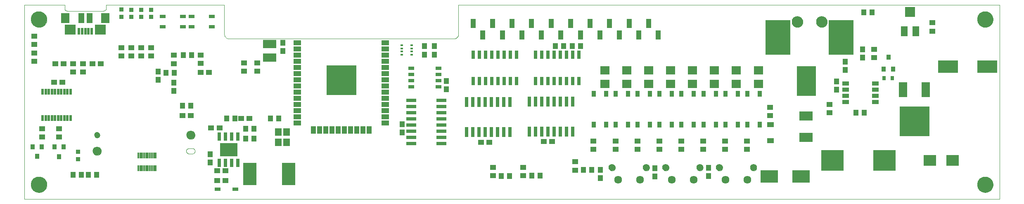
<source format=gts>
G75*
%MOIN*%
%OFA0B0*%
%FSLAX25Y25*%
%IPPOS*%
%LPD*%
%AMOC8*
5,1,8,0,0,1.08239X$1,22.5*
%
%ADD10C,0.00000*%
%ADD11C,0.12998*%
%ADD12R,0.04731X0.04337*%
%ADD13R,0.04337X0.04731*%
%ADD14R,0.11030X0.06699*%
%ADD15R,0.01975X0.04900*%
%ADD16R,0.06306X0.03943*%
%ADD17R,0.03943X0.06306*%
%ADD18R,0.24022X0.24022*%
%ADD19R,0.03550X0.04337*%
%ADD20R,0.02762X0.03550*%
%ADD21R,0.18117X0.16935*%
%ADD22R,0.05400X0.03235*%
%ADD23R,0.10243X0.09061*%
%ADD24R,0.08274X0.08274*%
%ADD25R,0.05518X0.08274*%
%ADD26R,0.16148X0.10243*%
%ADD27R,0.03550X0.03943*%
%ADD28R,0.01975X0.05715*%
%ADD29R,0.08668X0.08274*%
%ADD30R,0.05124X0.07880*%
%ADD31R,0.06699X0.07880*%
%ADD32R,0.03550X0.03550*%
%ADD33R,0.04534X0.02959*%
%ADD34R,0.20085X0.27959*%
%ADD35C,0.09061*%
%ADD36R,0.15361X0.24416*%
%ADD37R,0.05203X0.03983*%
%ADD38R,0.02369X0.01778*%
%ADD39R,0.03550X0.05124*%
%ADD40R,0.07487X0.06699*%
%ADD41R,0.01187X0.04888*%
%ADD42C,0.04731*%
%ADD43C,0.07093*%
%ADD44R,0.02762X0.06502*%
%ADD45R,0.08400X0.03000*%
%ADD46R,0.03904X0.07683*%
%ADD47R,0.03000X0.08400*%
%ADD48R,0.06699X0.12211*%
%ADD49R,0.11030X0.07487*%
%ADD50C,0.06337*%
%ADD51C,0.05518*%
%ADD52R,0.10636X0.18117*%
%ADD53R,0.14219X0.10715*%
%ADD54R,0.02802X0.06699*%
%ADD55R,0.05518X0.06306*%
%ADD56R,0.05124X0.02762*%
%ADD57R,0.14180X0.10243*%
%ADD58R,0.05124X0.03156*%
D10*
X0060586Y0028959D02*
X0060586Y0186439D01*
X0093066Y0186439D01*
X0093066Y0183487D01*
X0093068Y0183401D01*
X0093073Y0183315D01*
X0093083Y0183230D01*
X0093096Y0183145D01*
X0093113Y0183061D01*
X0093133Y0182977D01*
X0093157Y0182895D01*
X0093185Y0182814D01*
X0093216Y0182733D01*
X0093250Y0182655D01*
X0093288Y0182578D01*
X0093330Y0182503D01*
X0093374Y0182429D01*
X0093422Y0182358D01*
X0093473Y0182288D01*
X0093527Y0182221D01*
X0093583Y0182157D01*
X0093643Y0182095D01*
X0093705Y0182035D01*
X0093769Y0181979D01*
X0093836Y0181925D01*
X0093906Y0181874D01*
X0093977Y0181826D01*
X0094051Y0181782D01*
X0094126Y0181740D01*
X0094203Y0181702D01*
X0094281Y0181668D01*
X0094362Y0181637D01*
X0094443Y0181609D01*
X0094525Y0181585D01*
X0094609Y0181565D01*
X0094693Y0181548D01*
X0094778Y0181535D01*
X0094863Y0181525D01*
X0094949Y0181520D01*
X0095035Y0181518D01*
X0124562Y0181518D01*
X0124648Y0181520D01*
X0124734Y0181525D01*
X0124819Y0181535D01*
X0124904Y0181548D01*
X0124988Y0181565D01*
X0125072Y0181585D01*
X0125154Y0181609D01*
X0125235Y0181637D01*
X0125316Y0181668D01*
X0125394Y0181702D01*
X0125471Y0181740D01*
X0125547Y0181782D01*
X0125620Y0181826D01*
X0125691Y0181874D01*
X0125761Y0181925D01*
X0125828Y0181979D01*
X0125892Y0182035D01*
X0125954Y0182095D01*
X0126014Y0182157D01*
X0126070Y0182221D01*
X0126124Y0182288D01*
X0126175Y0182358D01*
X0126223Y0182429D01*
X0126267Y0182503D01*
X0126309Y0182578D01*
X0126347Y0182655D01*
X0126381Y0182733D01*
X0126412Y0182814D01*
X0126440Y0182895D01*
X0126464Y0182977D01*
X0126484Y0183061D01*
X0126501Y0183145D01*
X0126514Y0183230D01*
X0126524Y0183315D01*
X0126529Y0183401D01*
X0126531Y0183487D01*
X0126531Y0186439D01*
X0222003Y0186439D01*
X0222003Y0162817D01*
X0222005Y0162693D01*
X0222011Y0162570D01*
X0222020Y0162446D01*
X0222034Y0162324D01*
X0222051Y0162201D01*
X0222073Y0162079D01*
X0222098Y0161958D01*
X0222127Y0161838D01*
X0222159Y0161719D01*
X0222196Y0161600D01*
X0222236Y0161483D01*
X0222279Y0161368D01*
X0222327Y0161253D01*
X0222378Y0161141D01*
X0222432Y0161030D01*
X0222490Y0160920D01*
X0222551Y0160813D01*
X0222616Y0160707D01*
X0222684Y0160604D01*
X0222755Y0160503D01*
X0222829Y0160404D01*
X0222906Y0160307D01*
X0222987Y0160213D01*
X0223070Y0160122D01*
X0223156Y0160033D01*
X0223245Y0159947D01*
X0223336Y0159864D01*
X0223430Y0159783D01*
X0223527Y0159706D01*
X0223626Y0159632D01*
X0223727Y0159561D01*
X0223830Y0159493D01*
X0223936Y0159428D01*
X0224043Y0159367D01*
X0224153Y0159309D01*
X0224264Y0159255D01*
X0224376Y0159204D01*
X0224491Y0159156D01*
X0224606Y0159113D01*
X0224723Y0159073D01*
X0224842Y0159036D01*
X0224961Y0159004D01*
X0225081Y0158975D01*
X0225202Y0158950D01*
X0225324Y0158928D01*
X0225447Y0158911D01*
X0225569Y0158897D01*
X0225693Y0158888D01*
X0225816Y0158882D01*
X0225940Y0158880D01*
X0407043Y0158880D01*
X0407167Y0158882D01*
X0407290Y0158888D01*
X0407414Y0158897D01*
X0407536Y0158911D01*
X0407659Y0158928D01*
X0407781Y0158950D01*
X0407902Y0158975D01*
X0408022Y0159004D01*
X0408141Y0159036D01*
X0408260Y0159073D01*
X0408377Y0159113D01*
X0408492Y0159156D01*
X0408607Y0159204D01*
X0408719Y0159255D01*
X0408830Y0159309D01*
X0408940Y0159367D01*
X0409047Y0159428D01*
X0409153Y0159493D01*
X0409256Y0159561D01*
X0409357Y0159632D01*
X0409456Y0159706D01*
X0409553Y0159783D01*
X0409647Y0159864D01*
X0409738Y0159947D01*
X0409827Y0160033D01*
X0409913Y0160122D01*
X0409996Y0160213D01*
X0410077Y0160307D01*
X0410154Y0160404D01*
X0410228Y0160503D01*
X0410299Y0160604D01*
X0410367Y0160707D01*
X0410432Y0160813D01*
X0410493Y0160920D01*
X0410551Y0161030D01*
X0410605Y0161141D01*
X0410656Y0161253D01*
X0410704Y0161368D01*
X0410747Y0161483D01*
X0410787Y0161600D01*
X0410824Y0161719D01*
X0410856Y0161838D01*
X0410885Y0161958D01*
X0410910Y0162079D01*
X0410932Y0162201D01*
X0410949Y0162324D01*
X0410963Y0162446D01*
X0410972Y0162570D01*
X0410978Y0162693D01*
X0410980Y0162817D01*
X0410980Y0186439D01*
X0847987Y0186439D01*
X0847987Y0028959D01*
X0060586Y0028959D01*
X0066098Y0040770D02*
X0066100Y0040928D01*
X0066106Y0041086D01*
X0066116Y0041244D01*
X0066130Y0041402D01*
X0066148Y0041559D01*
X0066169Y0041716D01*
X0066195Y0041872D01*
X0066225Y0042028D01*
X0066258Y0042183D01*
X0066296Y0042336D01*
X0066337Y0042489D01*
X0066382Y0042641D01*
X0066431Y0042792D01*
X0066484Y0042941D01*
X0066540Y0043089D01*
X0066600Y0043235D01*
X0066664Y0043380D01*
X0066732Y0043523D01*
X0066803Y0043665D01*
X0066877Y0043805D01*
X0066955Y0043942D01*
X0067037Y0044078D01*
X0067121Y0044212D01*
X0067210Y0044343D01*
X0067301Y0044472D01*
X0067396Y0044599D01*
X0067493Y0044724D01*
X0067594Y0044846D01*
X0067698Y0044965D01*
X0067805Y0045082D01*
X0067915Y0045196D01*
X0068028Y0045307D01*
X0068143Y0045416D01*
X0068261Y0045521D01*
X0068382Y0045623D01*
X0068505Y0045723D01*
X0068631Y0045819D01*
X0068759Y0045912D01*
X0068889Y0046002D01*
X0069022Y0046088D01*
X0069157Y0046172D01*
X0069293Y0046251D01*
X0069432Y0046328D01*
X0069573Y0046400D01*
X0069715Y0046470D01*
X0069859Y0046535D01*
X0070005Y0046597D01*
X0070152Y0046655D01*
X0070301Y0046710D01*
X0070451Y0046761D01*
X0070602Y0046808D01*
X0070754Y0046851D01*
X0070907Y0046890D01*
X0071062Y0046926D01*
X0071217Y0046957D01*
X0071373Y0046985D01*
X0071529Y0047009D01*
X0071686Y0047029D01*
X0071844Y0047045D01*
X0072001Y0047057D01*
X0072160Y0047065D01*
X0072318Y0047069D01*
X0072476Y0047069D01*
X0072634Y0047065D01*
X0072793Y0047057D01*
X0072950Y0047045D01*
X0073108Y0047029D01*
X0073265Y0047009D01*
X0073421Y0046985D01*
X0073577Y0046957D01*
X0073732Y0046926D01*
X0073887Y0046890D01*
X0074040Y0046851D01*
X0074192Y0046808D01*
X0074343Y0046761D01*
X0074493Y0046710D01*
X0074642Y0046655D01*
X0074789Y0046597D01*
X0074935Y0046535D01*
X0075079Y0046470D01*
X0075221Y0046400D01*
X0075362Y0046328D01*
X0075501Y0046251D01*
X0075637Y0046172D01*
X0075772Y0046088D01*
X0075905Y0046002D01*
X0076035Y0045912D01*
X0076163Y0045819D01*
X0076289Y0045723D01*
X0076412Y0045623D01*
X0076533Y0045521D01*
X0076651Y0045416D01*
X0076766Y0045307D01*
X0076879Y0045196D01*
X0076989Y0045082D01*
X0077096Y0044965D01*
X0077200Y0044846D01*
X0077301Y0044724D01*
X0077398Y0044599D01*
X0077493Y0044472D01*
X0077584Y0044343D01*
X0077673Y0044212D01*
X0077757Y0044078D01*
X0077839Y0043942D01*
X0077917Y0043805D01*
X0077991Y0043665D01*
X0078062Y0043523D01*
X0078130Y0043380D01*
X0078194Y0043235D01*
X0078254Y0043089D01*
X0078310Y0042941D01*
X0078363Y0042792D01*
X0078412Y0042641D01*
X0078457Y0042489D01*
X0078498Y0042336D01*
X0078536Y0042183D01*
X0078569Y0042028D01*
X0078599Y0041872D01*
X0078625Y0041716D01*
X0078646Y0041559D01*
X0078664Y0041402D01*
X0078678Y0041244D01*
X0078688Y0041086D01*
X0078694Y0040928D01*
X0078696Y0040770D01*
X0078694Y0040612D01*
X0078688Y0040454D01*
X0078678Y0040296D01*
X0078664Y0040138D01*
X0078646Y0039981D01*
X0078625Y0039824D01*
X0078599Y0039668D01*
X0078569Y0039512D01*
X0078536Y0039357D01*
X0078498Y0039204D01*
X0078457Y0039051D01*
X0078412Y0038899D01*
X0078363Y0038748D01*
X0078310Y0038599D01*
X0078254Y0038451D01*
X0078194Y0038305D01*
X0078130Y0038160D01*
X0078062Y0038017D01*
X0077991Y0037875D01*
X0077917Y0037735D01*
X0077839Y0037598D01*
X0077757Y0037462D01*
X0077673Y0037328D01*
X0077584Y0037197D01*
X0077493Y0037068D01*
X0077398Y0036941D01*
X0077301Y0036816D01*
X0077200Y0036694D01*
X0077096Y0036575D01*
X0076989Y0036458D01*
X0076879Y0036344D01*
X0076766Y0036233D01*
X0076651Y0036124D01*
X0076533Y0036019D01*
X0076412Y0035917D01*
X0076289Y0035817D01*
X0076163Y0035721D01*
X0076035Y0035628D01*
X0075905Y0035538D01*
X0075772Y0035452D01*
X0075637Y0035368D01*
X0075501Y0035289D01*
X0075362Y0035212D01*
X0075221Y0035140D01*
X0075079Y0035070D01*
X0074935Y0035005D01*
X0074789Y0034943D01*
X0074642Y0034885D01*
X0074493Y0034830D01*
X0074343Y0034779D01*
X0074192Y0034732D01*
X0074040Y0034689D01*
X0073887Y0034650D01*
X0073732Y0034614D01*
X0073577Y0034583D01*
X0073421Y0034555D01*
X0073265Y0034531D01*
X0073108Y0034511D01*
X0072950Y0034495D01*
X0072793Y0034483D01*
X0072634Y0034475D01*
X0072476Y0034471D01*
X0072318Y0034471D01*
X0072160Y0034475D01*
X0072001Y0034483D01*
X0071844Y0034495D01*
X0071686Y0034511D01*
X0071529Y0034531D01*
X0071373Y0034555D01*
X0071217Y0034583D01*
X0071062Y0034614D01*
X0070907Y0034650D01*
X0070754Y0034689D01*
X0070602Y0034732D01*
X0070451Y0034779D01*
X0070301Y0034830D01*
X0070152Y0034885D01*
X0070005Y0034943D01*
X0069859Y0035005D01*
X0069715Y0035070D01*
X0069573Y0035140D01*
X0069432Y0035212D01*
X0069293Y0035289D01*
X0069157Y0035368D01*
X0069022Y0035452D01*
X0068889Y0035538D01*
X0068759Y0035628D01*
X0068631Y0035721D01*
X0068505Y0035817D01*
X0068382Y0035917D01*
X0068261Y0036019D01*
X0068143Y0036124D01*
X0068028Y0036233D01*
X0067915Y0036344D01*
X0067805Y0036458D01*
X0067698Y0036575D01*
X0067594Y0036694D01*
X0067493Y0036816D01*
X0067396Y0036941D01*
X0067301Y0037068D01*
X0067210Y0037197D01*
X0067121Y0037328D01*
X0067037Y0037462D01*
X0066955Y0037598D01*
X0066877Y0037735D01*
X0066803Y0037875D01*
X0066732Y0038017D01*
X0066664Y0038160D01*
X0066600Y0038305D01*
X0066540Y0038451D01*
X0066484Y0038599D01*
X0066431Y0038748D01*
X0066382Y0038899D01*
X0066337Y0039051D01*
X0066296Y0039204D01*
X0066258Y0039357D01*
X0066225Y0039512D01*
X0066195Y0039668D01*
X0066169Y0039824D01*
X0066148Y0039981D01*
X0066130Y0040138D01*
X0066116Y0040296D01*
X0066106Y0040454D01*
X0066100Y0040612D01*
X0066098Y0040770D01*
X0115901Y0067935D02*
X0115903Y0068050D01*
X0115909Y0068166D01*
X0115919Y0068281D01*
X0115933Y0068396D01*
X0115951Y0068510D01*
X0115973Y0068623D01*
X0115998Y0068736D01*
X0116028Y0068847D01*
X0116061Y0068958D01*
X0116098Y0069067D01*
X0116139Y0069175D01*
X0116184Y0069282D01*
X0116232Y0069387D01*
X0116284Y0069490D01*
X0116340Y0069591D01*
X0116399Y0069691D01*
X0116461Y0069788D01*
X0116527Y0069883D01*
X0116595Y0069976D01*
X0116667Y0070066D01*
X0116742Y0070154D01*
X0116821Y0070239D01*
X0116902Y0070321D01*
X0116985Y0070401D01*
X0117072Y0070477D01*
X0117161Y0070551D01*
X0117252Y0070621D01*
X0117346Y0070689D01*
X0117442Y0070753D01*
X0117541Y0070813D01*
X0117641Y0070870D01*
X0117743Y0070924D01*
X0117847Y0070974D01*
X0117953Y0071021D01*
X0118060Y0071064D01*
X0118169Y0071103D01*
X0118279Y0071138D01*
X0118390Y0071169D01*
X0118502Y0071197D01*
X0118615Y0071221D01*
X0118729Y0071241D01*
X0118844Y0071257D01*
X0118959Y0071269D01*
X0119074Y0071277D01*
X0119189Y0071281D01*
X0119305Y0071281D01*
X0119420Y0071277D01*
X0119535Y0071269D01*
X0119650Y0071257D01*
X0119765Y0071241D01*
X0119879Y0071221D01*
X0119992Y0071197D01*
X0120104Y0071169D01*
X0120215Y0071138D01*
X0120325Y0071103D01*
X0120434Y0071064D01*
X0120541Y0071021D01*
X0120647Y0070974D01*
X0120751Y0070924D01*
X0120853Y0070870D01*
X0120953Y0070813D01*
X0121052Y0070753D01*
X0121148Y0070689D01*
X0121242Y0070621D01*
X0121333Y0070551D01*
X0121422Y0070477D01*
X0121509Y0070401D01*
X0121592Y0070321D01*
X0121673Y0070239D01*
X0121752Y0070154D01*
X0121827Y0070066D01*
X0121899Y0069976D01*
X0121967Y0069883D01*
X0122033Y0069788D01*
X0122095Y0069691D01*
X0122154Y0069591D01*
X0122210Y0069490D01*
X0122262Y0069387D01*
X0122310Y0069282D01*
X0122355Y0069175D01*
X0122396Y0069067D01*
X0122433Y0068958D01*
X0122466Y0068847D01*
X0122496Y0068736D01*
X0122521Y0068623D01*
X0122543Y0068510D01*
X0122561Y0068396D01*
X0122575Y0068281D01*
X0122585Y0068166D01*
X0122591Y0068050D01*
X0122593Y0067935D01*
X0122591Y0067820D01*
X0122585Y0067704D01*
X0122575Y0067589D01*
X0122561Y0067474D01*
X0122543Y0067360D01*
X0122521Y0067247D01*
X0122496Y0067134D01*
X0122466Y0067023D01*
X0122433Y0066912D01*
X0122396Y0066803D01*
X0122355Y0066695D01*
X0122310Y0066588D01*
X0122262Y0066483D01*
X0122210Y0066380D01*
X0122154Y0066279D01*
X0122095Y0066179D01*
X0122033Y0066082D01*
X0121967Y0065987D01*
X0121899Y0065894D01*
X0121827Y0065804D01*
X0121752Y0065716D01*
X0121673Y0065631D01*
X0121592Y0065549D01*
X0121509Y0065469D01*
X0121422Y0065393D01*
X0121333Y0065319D01*
X0121242Y0065249D01*
X0121148Y0065181D01*
X0121052Y0065117D01*
X0120953Y0065057D01*
X0120853Y0065000D01*
X0120751Y0064946D01*
X0120647Y0064896D01*
X0120541Y0064849D01*
X0120434Y0064806D01*
X0120325Y0064767D01*
X0120215Y0064732D01*
X0120104Y0064701D01*
X0119992Y0064673D01*
X0119879Y0064649D01*
X0119765Y0064629D01*
X0119650Y0064613D01*
X0119535Y0064601D01*
X0119420Y0064593D01*
X0119305Y0064589D01*
X0119189Y0064589D01*
X0119074Y0064593D01*
X0118959Y0064601D01*
X0118844Y0064613D01*
X0118729Y0064629D01*
X0118615Y0064649D01*
X0118502Y0064673D01*
X0118390Y0064701D01*
X0118279Y0064732D01*
X0118169Y0064767D01*
X0118060Y0064806D01*
X0117953Y0064849D01*
X0117847Y0064896D01*
X0117743Y0064946D01*
X0117641Y0065000D01*
X0117541Y0065057D01*
X0117442Y0065117D01*
X0117346Y0065181D01*
X0117252Y0065249D01*
X0117161Y0065319D01*
X0117072Y0065393D01*
X0116985Y0065469D01*
X0116902Y0065549D01*
X0116821Y0065631D01*
X0116742Y0065716D01*
X0116667Y0065804D01*
X0116595Y0065894D01*
X0116527Y0065987D01*
X0116461Y0066082D01*
X0116399Y0066179D01*
X0116340Y0066279D01*
X0116284Y0066380D01*
X0116232Y0066483D01*
X0116184Y0066588D01*
X0116139Y0066695D01*
X0116098Y0066803D01*
X0116061Y0066912D01*
X0116028Y0067023D01*
X0115998Y0067134D01*
X0115973Y0067247D01*
X0115951Y0067360D01*
X0115933Y0067474D01*
X0115919Y0067589D01*
X0115909Y0067704D01*
X0115903Y0067820D01*
X0115901Y0067935D01*
X0117082Y0080928D02*
X0117084Y0081021D01*
X0117090Y0081113D01*
X0117100Y0081205D01*
X0117114Y0081296D01*
X0117131Y0081387D01*
X0117153Y0081477D01*
X0117178Y0081566D01*
X0117207Y0081654D01*
X0117240Y0081740D01*
X0117277Y0081825D01*
X0117317Y0081909D01*
X0117361Y0081990D01*
X0117408Y0082070D01*
X0117458Y0082148D01*
X0117512Y0082223D01*
X0117569Y0082296D01*
X0117629Y0082366D01*
X0117692Y0082434D01*
X0117758Y0082499D01*
X0117826Y0082561D01*
X0117897Y0082621D01*
X0117971Y0082677D01*
X0118047Y0082730D01*
X0118125Y0082779D01*
X0118205Y0082826D01*
X0118287Y0082868D01*
X0118371Y0082908D01*
X0118456Y0082943D01*
X0118543Y0082975D01*
X0118631Y0083004D01*
X0118720Y0083028D01*
X0118810Y0083049D01*
X0118901Y0083065D01*
X0118993Y0083078D01*
X0119085Y0083087D01*
X0119178Y0083092D01*
X0119270Y0083093D01*
X0119363Y0083090D01*
X0119455Y0083083D01*
X0119547Y0083072D01*
X0119638Y0083057D01*
X0119729Y0083039D01*
X0119819Y0083016D01*
X0119907Y0082990D01*
X0119995Y0082960D01*
X0120081Y0082926D01*
X0120165Y0082889D01*
X0120248Y0082847D01*
X0120329Y0082803D01*
X0120409Y0082755D01*
X0120486Y0082704D01*
X0120560Y0082649D01*
X0120633Y0082591D01*
X0120703Y0082531D01*
X0120770Y0082467D01*
X0120834Y0082401D01*
X0120896Y0082331D01*
X0120954Y0082260D01*
X0121009Y0082186D01*
X0121061Y0082109D01*
X0121110Y0082030D01*
X0121156Y0081950D01*
X0121198Y0081867D01*
X0121236Y0081783D01*
X0121271Y0081697D01*
X0121302Y0081610D01*
X0121329Y0081522D01*
X0121352Y0081432D01*
X0121372Y0081342D01*
X0121388Y0081251D01*
X0121400Y0081159D01*
X0121408Y0081067D01*
X0121412Y0080974D01*
X0121412Y0080882D01*
X0121408Y0080789D01*
X0121400Y0080697D01*
X0121388Y0080605D01*
X0121372Y0080514D01*
X0121352Y0080424D01*
X0121329Y0080334D01*
X0121302Y0080246D01*
X0121271Y0080159D01*
X0121236Y0080073D01*
X0121198Y0079989D01*
X0121156Y0079906D01*
X0121110Y0079826D01*
X0121061Y0079747D01*
X0121009Y0079670D01*
X0120954Y0079596D01*
X0120896Y0079525D01*
X0120834Y0079455D01*
X0120770Y0079389D01*
X0120703Y0079325D01*
X0120633Y0079265D01*
X0120560Y0079207D01*
X0120486Y0079152D01*
X0120409Y0079101D01*
X0120330Y0079053D01*
X0120248Y0079009D01*
X0120165Y0078967D01*
X0120081Y0078930D01*
X0119995Y0078896D01*
X0119907Y0078866D01*
X0119819Y0078840D01*
X0119729Y0078817D01*
X0119638Y0078799D01*
X0119547Y0078784D01*
X0119455Y0078773D01*
X0119363Y0078766D01*
X0119270Y0078763D01*
X0119178Y0078764D01*
X0119085Y0078769D01*
X0118993Y0078778D01*
X0118901Y0078791D01*
X0118810Y0078807D01*
X0118720Y0078828D01*
X0118631Y0078852D01*
X0118543Y0078881D01*
X0118456Y0078913D01*
X0118371Y0078948D01*
X0118287Y0078988D01*
X0118205Y0079030D01*
X0118125Y0079077D01*
X0118047Y0079126D01*
X0117971Y0079179D01*
X0117897Y0079235D01*
X0117826Y0079295D01*
X0117758Y0079357D01*
X0117692Y0079422D01*
X0117629Y0079490D01*
X0117569Y0079560D01*
X0117512Y0079633D01*
X0117458Y0079708D01*
X0117408Y0079786D01*
X0117361Y0079866D01*
X0117317Y0079947D01*
X0117277Y0080031D01*
X0117240Y0080116D01*
X0117207Y0080202D01*
X0117178Y0080290D01*
X0117153Y0080379D01*
X0117131Y0080469D01*
X0117114Y0080560D01*
X0117100Y0080651D01*
X0117090Y0080743D01*
X0117084Y0080835D01*
X0117082Y0080928D01*
X0193460Y0070101D02*
X0196216Y0070101D01*
X0196308Y0070095D01*
X0196399Y0070085D01*
X0196490Y0070071D01*
X0196580Y0070053D01*
X0196669Y0070032D01*
X0196758Y0070006D01*
X0196845Y0069977D01*
X0196931Y0069945D01*
X0197015Y0069909D01*
X0197098Y0069869D01*
X0197179Y0069826D01*
X0197258Y0069779D01*
X0197335Y0069729D01*
X0197410Y0069676D01*
X0197483Y0069619D01*
X0197553Y0069560D01*
X0197620Y0069498D01*
X0197685Y0069433D01*
X0197747Y0069365D01*
X0197807Y0069295D01*
X0197863Y0069222D01*
X0197916Y0069147D01*
X0197965Y0069070D01*
X0198012Y0068991D01*
X0198055Y0068909D01*
X0198094Y0068826D01*
X0198130Y0068742D01*
X0198163Y0068656D01*
X0198191Y0068569D01*
X0198216Y0068480D01*
X0198238Y0068391D01*
X0198255Y0068301D01*
X0198269Y0068210D01*
X0198278Y0068119D01*
X0198284Y0068027D01*
X0198286Y0067935D01*
X0198284Y0067843D01*
X0198278Y0067751D01*
X0198269Y0067660D01*
X0198255Y0067569D01*
X0198238Y0067479D01*
X0198216Y0067390D01*
X0198191Y0067301D01*
X0198163Y0067214D01*
X0198130Y0067128D01*
X0198094Y0067044D01*
X0198055Y0066961D01*
X0198012Y0066879D01*
X0197965Y0066800D01*
X0197916Y0066723D01*
X0197863Y0066648D01*
X0197807Y0066575D01*
X0197747Y0066505D01*
X0197685Y0066437D01*
X0197620Y0066372D01*
X0197553Y0066310D01*
X0197483Y0066251D01*
X0197410Y0066194D01*
X0197335Y0066141D01*
X0197258Y0066091D01*
X0197179Y0066044D01*
X0197098Y0066001D01*
X0197015Y0065961D01*
X0196931Y0065925D01*
X0196845Y0065893D01*
X0196758Y0065864D01*
X0196669Y0065838D01*
X0196580Y0065817D01*
X0196490Y0065799D01*
X0196399Y0065785D01*
X0196308Y0065775D01*
X0196216Y0065769D01*
X0196216Y0065770D02*
X0193460Y0065770D01*
X0193368Y0065772D01*
X0193276Y0065778D01*
X0193185Y0065788D01*
X0193094Y0065801D01*
X0193004Y0065819D01*
X0192914Y0065840D01*
X0192826Y0065865D01*
X0192739Y0065894D01*
X0192653Y0065926D01*
X0192568Y0065962D01*
X0192485Y0066002D01*
X0192404Y0066045D01*
X0192325Y0066091D01*
X0192248Y0066141D01*
X0192173Y0066194D01*
X0192100Y0066251D01*
X0192030Y0066310D01*
X0191962Y0066372D01*
X0191897Y0066437D01*
X0191835Y0066505D01*
X0191776Y0066575D01*
X0191719Y0066648D01*
X0191666Y0066723D01*
X0191616Y0066800D01*
X0191570Y0066879D01*
X0191527Y0066960D01*
X0191487Y0067043D01*
X0191451Y0067128D01*
X0191419Y0067214D01*
X0191390Y0067301D01*
X0191365Y0067389D01*
X0191344Y0067479D01*
X0191326Y0067569D01*
X0191313Y0067660D01*
X0191303Y0067751D01*
X0191297Y0067843D01*
X0191295Y0067935D01*
X0191297Y0068027D01*
X0191303Y0068119D01*
X0191313Y0068210D01*
X0191326Y0068301D01*
X0191344Y0068391D01*
X0191365Y0068481D01*
X0191390Y0068569D01*
X0191419Y0068656D01*
X0191451Y0068742D01*
X0191487Y0068827D01*
X0191527Y0068910D01*
X0191570Y0068991D01*
X0191616Y0069070D01*
X0191666Y0069147D01*
X0191719Y0069222D01*
X0191776Y0069295D01*
X0191835Y0069365D01*
X0191897Y0069433D01*
X0191962Y0069498D01*
X0192030Y0069560D01*
X0192100Y0069619D01*
X0192173Y0069676D01*
X0192248Y0069729D01*
X0192325Y0069779D01*
X0192404Y0069825D01*
X0192485Y0069868D01*
X0192568Y0069908D01*
X0192653Y0069944D01*
X0192739Y0069976D01*
X0192826Y0070005D01*
X0192914Y0070030D01*
X0193004Y0070051D01*
X0193094Y0070069D01*
X0193185Y0070082D01*
X0193276Y0070092D01*
X0193368Y0070098D01*
X0193460Y0070100D01*
X0191492Y0080928D02*
X0191494Y0081043D01*
X0191500Y0081159D01*
X0191510Y0081274D01*
X0191524Y0081389D01*
X0191542Y0081503D01*
X0191564Y0081616D01*
X0191589Y0081729D01*
X0191619Y0081840D01*
X0191652Y0081951D01*
X0191689Y0082060D01*
X0191730Y0082168D01*
X0191775Y0082275D01*
X0191823Y0082380D01*
X0191875Y0082483D01*
X0191931Y0082584D01*
X0191990Y0082684D01*
X0192052Y0082781D01*
X0192118Y0082876D01*
X0192186Y0082969D01*
X0192258Y0083059D01*
X0192333Y0083147D01*
X0192412Y0083232D01*
X0192493Y0083314D01*
X0192576Y0083394D01*
X0192663Y0083470D01*
X0192752Y0083544D01*
X0192843Y0083614D01*
X0192937Y0083682D01*
X0193033Y0083746D01*
X0193132Y0083806D01*
X0193232Y0083863D01*
X0193334Y0083917D01*
X0193438Y0083967D01*
X0193544Y0084014D01*
X0193651Y0084057D01*
X0193760Y0084096D01*
X0193870Y0084131D01*
X0193981Y0084162D01*
X0194093Y0084190D01*
X0194206Y0084214D01*
X0194320Y0084234D01*
X0194435Y0084250D01*
X0194550Y0084262D01*
X0194665Y0084270D01*
X0194780Y0084274D01*
X0194896Y0084274D01*
X0195011Y0084270D01*
X0195126Y0084262D01*
X0195241Y0084250D01*
X0195356Y0084234D01*
X0195470Y0084214D01*
X0195583Y0084190D01*
X0195695Y0084162D01*
X0195806Y0084131D01*
X0195916Y0084096D01*
X0196025Y0084057D01*
X0196132Y0084014D01*
X0196238Y0083967D01*
X0196342Y0083917D01*
X0196444Y0083863D01*
X0196544Y0083806D01*
X0196643Y0083746D01*
X0196739Y0083682D01*
X0196833Y0083614D01*
X0196924Y0083544D01*
X0197013Y0083470D01*
X0197100Y0083394D01*
X0197183Y0083314D01*
X0197264Y0083232D01*
X0197343Y0083147D01*
X0197418Y0083059D01*
X0197490Y0082969D01*
X0197558Y0082876D01*
X0197624Y0082781D01*
X0197686Y0082684D01*
X0197745Y0082584D01*
X0197801Y0082483D01*
X0197853Y0082380D01*
X0197901Y0082275D01*
X0197946Y0082168D01*
X0197987Y0082060D01*
X0198024Y0081951D01*
X0198057Y0081840D01*
X0198087Y0081729D01*
X0198112Y0081616D01*
X0198134Y0081503D01*
X0198152Y0081389D01*
X0198166Y0081274D01*
X0198176Y0081159D01*
X0198182Y0081043D01*
X0198184Y0080928D01*
X0198182Y0080813D01*
X0198176Y0080697D01*
X0198166Y0080582D01*
X0198152Y0080467D01*
X0198134Y0080353D01*
X0198112Y0080240D01*
X0198087Y0080127D01*
X0198057Y0080016D01*
X0198024Y0079905D01*
X0197987Y0079796D01*
X0197946Y0079688D01*
X0197901Y0079581D01*
X0197853Y0079476D01*
X0197801Y0079373D01*
X0197745Y0079272D01*
X0197686Y0079172D01*
X0197624Y0079075D01*
X0197558Y0078980D01*
X0197490Y0078887D01*
X0197418Y0078797D01*
X0197343Y0078709D01*
X0197264Y0078624D01*
X0197183Y0078542D01*
X0197100Y0078462D01*
X0197013Y0078386D01*
X0196924Y0078312D01*
X0196833Y0078242D01*
X0196739Y0078174D01*
X0196643Y0078110D01*
X0196544Y0078050D01*
X0196444Y0077993D01*
X0196342Y0077939D01*
X0196238Y0077889D01*
X0196132Y0077842D01*
X0196025Y0077799D01*
X0195916Y0077760D01*
X0195806Y0077725D01*
X0195695Y0077694D01*
X0195583Y0077666D01*
X0195470Y0077642D01*
X0195356Y0077622D01*
X0195241Y0077606D01*
X0195126Y0077594D01*
X0195011Y0077586D01*
X0194896Y0077582D01*
X0194780Y0077582D01*
X0194665Y0077586D01*
X0194550Y0077594D01*
X0194435Y0077606D01*
X0194320Y0077622D01*
X0194206Y0077642D01*
X0194093Y0077666D01*
X0193981Y0077694D01*
X0193870Y0077725D01*
X0193760Y0077760D01*
X0193651Y0077799D01*
X0193544Y0077842D01*
X0193438Y0077889D01*
X0193334Y0077939D01*
X0193232Y0077993D01*
X0193132Y0078050D01*
X0193033Y0078110D01*
X0192937Y0078174D01*
X0192843Y0078242D01*
X0192752Y0078312D01*
X0192663Y0078386D01*
X0192576Y0078462D01*
X0192493Y0078542D01*
X0192412Y0078624D01*
X0192333Y0078709D01*
X0192258Y0078797D01*
X0192186Y0078887D01*
X0192118Y0078980D01*
X0192052Y0079075D01*
X0191990Y0079172D01*
X0191931Y0079272D01*
X0191875Y0079373D01*
X0191823Y0079476D01*
X0191775Y0079581D01*
X0191730Y0079688D01*
X0191689Y0079796D01*
X0191652Y0079905D01*
X0191619Y0080016D01*
X0191589Y0080127D01*
X0191564Y0080240D01*
X0191542Y0080353D01*
X0191524Y0080467D01*
X0191510Y0080582D01*
X0191500Y0080697D01*
X0191494Y0080813D01*
X0191492Y0080928D01*
X0066098Y0174628D02*
X0066100Y0174786D01*
X0066106Y0174944D01*
X0066116Y0175102D01*
X0066130Y0175260D01*
X0066148Y0175417D01*
X0066169Y0175574D01*
X0066195Y0175730D01*
X0066225Y0175886D01*
X0066258Y0176041D01*
X0066296Y0176194D01*
X0066337Y0176347D01*
X0066382Y0176499D01*
X0066431Y0176650D01*
X0066484Y0176799D01*
X0066540Y0176947D01*
X0066600Y0177093D01*
X0066664Y0177238D01*
X0066732Y0177381D01*
X0066803Y0177523D01*
X0066877Y0177663D01*
X0066955Y0177800D01*
X0067037Y0177936D01*
X0067121Y0178070D01*
X0067210Y0178201D01*
X0067301Y0178330D01*
X0067396Y0178457D01*
X0067493Y0178582D01*
X0067594Y0178704D01*
X0067698Y0178823D01*
X0067805Y0178940D01*
X0067915Y0179054D01*
X0068028Y0179165D01*
X0068143Y0179274D01*
X0068261Y0179379D01*
X0068382Y0179481D01*
X0068505Y0179581D01*
X0068631Y0179677D01*
X0068759Y0179770D01*
X0068889Y0179860D01*
X0069022Y0179946D01*
X0069157Y0180030D01*
X0069293Y0180109D01*
X0069432Y0180186D01*
X0069573Y0180258D01*
X0069715Y0180328D01*
X0069859Y0180393D01*
X0070005Y0180455D01*
X0070152Y0180513D01*
X0070301Y0180568D01*
X0070451Y0180619D01*
X0070602Y0180666D01*
X0070754Y0180709D01*
X0070907Y0180748D01*
X0071062Y0180784D01*
X0071217Y0180815D01*
X0071373Y0180843D01*
X0071529Y0180867D01*
X0071686Y0180887D01*
X0071844Y0180903D01*
X0072001Y0180915D01*
X0072160Y0180923D01*
X0072318Y0180927D01*
X0072476Y0180927D01*
X0072634Y0180923D01*
X0072793Y0180915D01*
X0072950Y0180903D01*
X0073108Y0180887D01*
X0073265Y0180867D01*
X0073421Y0180843D01*
X0073577Y0180815D01*
X0073732Y0180784D01*
X0073887Y0180748D01*
X0074040Y0180709D01*
X0074192Y0180666D01*
X0074343Y0180619D01*
X0074493Y0180568D01*
X0074642Y0180513D01*
X0074789Y0180455D01*
X0074935Y0180393D01*
X0075079Y0180328D01*
X0075221Y0180258D01*
X0075362Y0180186D01*
X0075501Y0180109D01*
X0075637Y0180030D01*
X0075772Y0179946D01*
X0075905Y0179860D01*
X0076035Y0179770D01*
X0076163Y0179677D01*
X0076289Y0179581D01*
X0076412Y0179481D01*
X0076533Y0179379D01*
X0076651Y0179274D01*
X0076766Y0179165D01*
X0076879Y0179054D01*
X0076989Y0178940D01*
X0077096Y0178823D01*
X0077200Y0178704D01*
X0077301Y0178582D01*
X0077398Y0178457D01*
X0077493Y0178330D01*
X0077584Y0178201D01*
X0077673Y0178070D01*
X0077757Y0177936D01*
X0077839Y0177800D01*
X0077917Y0177663D01*
X0077991Y0177523D01*
X0078062Y0177381D01*
X0078130Y0177238D01*
X0078194Y0177093D01*
X0078254Y0176947D01*
X0078310Y0176799D01*
X0078363Y0176650D01*
X0078412Y0176499D01*
X0078457Y0176347D01*
X0078498Y0176194D01*
X0078536Y0176041D01*
X0078569Y0175886D01*
X0078599Y0175730D01*
X0078625Y0175574D01*
X0078646Y0175417D01*
X0078664Y0175260D01*
X0078678Y0175102D01*
X0078688Y0174944D01*
X0078694Y0174786D01*
X0078696Y0174628D01*
X0078694Y0174470D01*
X0078688Y0174312D01*
X0078678Y0174154D01*
X0078664Y0173996D01*
X0078646Y0173839D01*
X0078625Y0173682D01*
X0078599Y0173526D01*
X0078569Y0173370D01*
X0078536Y0173215D01*
X0078498Y0173062D01*
X0078457Y0172909D01*
X0078412Y0172757D01*
X0078363Y0172606D01*
X0078310Y0172457D01*
X0078254Y0172309D01*
X0078194Y0172163D01*
X0078130Y0172018D01*
X0078062Y0171875D01*
X0077991Y0171733D01*
X0077917Y0171593D01*
X0077839Y0171456D01*
X0077757Y0171320D01*
X0077673Y0171186D01*
X0077584Y0171055D01*
X0077493Y0170926D01*
X0077398Y0170799D01*
X0077301Y0170674D01*
X0077200Y0170552D01*
X0077096Y0170433D01*
X0076989Y0170316D01*
X0076879Y0170202D01*
X0076766Y0170091D01*
X0076651Y0169982D01*
X0076533Y0169877D01*
X0076412Y0169775D01*
X0076289Y0169675D01*
X0076163Y0169579D01*
X0076035Y0169486D01*
X0075905Y0169396D01*
X0075772Y0169310D01*
X0075637Y0169226D01*
X0075501Y0169147D01*
X0075362Y0169070D01*
X0075221Y0168998D01*
X0075079Y0168928D01*
X0074935Y0168863D01*
X0074789Y0168801D01*
X0074642Y0168743D01*
X0074493Y0168688D01*
X0074343Y0168637D01*
X0074192Y0168590D01*
X0074040Y0168547D01*
X0073887Y0168508D01*
X0073732Y0168472D01*
X0073577Y0168441D01*
X0073421Y0168413D01*
X0073265Y0168389D01*
X0073108Y0168369D01*
X0072950Y0168353D01*
X0072793Y0168341D01*
X0072634Y0168333D01*
X0072476Y0168329D01*
X0072318Y0168329D01*
X0072160Y0168333D01*
X0072001Y0168341D01*
X0071844Y0168353D01*
X0071686Y0168369D01*
X0071529Y0168389D01*
X0071373Y0168413D01*
X0071217Y0168441D01*
X0071062Y0168472D01*
X0070907Y0168508D01*
X0070754Y0168547D01*
X0070602Y0168590D01*
X0070451Y0168637D01*
X0070301Y0168688D01*
X0070152Y0168743D01*
X0070005Y0168801D01*
X0069859Y0168863D01*
X0069715Y0168928D01*
X0069573Y0168998D01*
X0069432Y0169070D01*
X0069293Y0169147D01*
X0069157Y0169226D01*
X0069022Y0169310D01*
X0068889Y0169396D01*
X0068759Y0169486D01*
X0068631Y0169579D01*
X0068505Y0169675D01*
X0068382Y0169775D01*
X0068261Y0169877D01*
X0068143Y0169982D01*
X0068028Y0170091D01*
X0067915Y0170202D01*
X0067805Y0170316D01*
X0067698Y0170433D01*
X0067594Y0170552D01*
X0067493Y0170674D01*
X0067396Y0170799D01*
X0067301Y0170926D01*
X0067210Y0171055D01*
X0067121Y0171186D01*
X0067037Y0171320D01*
X0066955Y0171456D01*
X0066877Y0171593D01*
X0066803Y0171733D01*
X0066732Y0171875D01*
X0066664Y0172018D01*
X0066600Y0172163D01*
X0066540Y0172309D01*
X0066484Y0172457D01*
X0066431Y0172606D01*
X0066382Y0172757D01*
X0066337Y0172909D01*
X0066296Y0173062D01*
X0066258Y0173215D01*
X0066225Y0173370D01*
X0066195Y0173526D01*
X0066169Y0173682D01*
X0066148Y0173839D01*
X0066130Y0173996D01*
X0066116Y0174154D01*
X0066106Y0174312D01*
X0066100Y0174470D01*
X0066098Y0174628D01*
X0532436Y0054550D02*
X0532438Y0054651D01*
X0532444Y0054752D01*
X0532454Y0054853D01*
X0532468Y0054953D01*
X0532486Y0055052D01*
X0532508Y0055151D01*
X0532533Y0055249D01*
X0532563Y0055346D01*
X0532596Y0055441D01*
X0532633Y0055535D01*
X0532674Y0055628D01*
X0532718Y0055719D01*
X0532766Y0055808D01*
X0532818Y0055895D01*
X0532873Y0055980D01*
X0532931Y0056062D01*
X0532992Y0056143D01*
X0533057Y0056221D01*
X0533124Y0056296D01*
X0533194Y0056368D01*
X0533268Y0056438D01*
X0533344Y0056505D01*
X0533422Y0056569D01*
X0533503Y0056629D01*
X0533586Y0056686D01*
X0533672Y0056740D01*
X0533760Y0056791D01*
X0533849Y0056838D01*
X0533940Y0056882D01*
X0534033Y0056921D01*
X0534128Y0056958D01*
X0534223Y0056990D01*
X0534320Y0057019D01*
X0534419Y0057043D01*
X0534517Y0057064D01*
X0534617Y0057081D01*
X0534717Y0057094D01*
X0534818Y0057103D01*
X0534919Y0057108D01*
X0535020Y0057109D01*
X0535121Y0057106D01*
X0535222Y0057099D01*
X0535323Y0057088D01*
X0535423Y0057073D01*
X0535522Y0057054D01*
X0535621Y0057031D01*
X0535718Y0057005D01*
X0535815Y0056974D01*
X0535910Y0056940D01*
X0536003Y0056902D01*
X0536096Y0056860D01*
X0536186Y0056815D01*
X0536275Y0056766D01*
X0536361Y0056714D01*
X0536445Y0056658D01*
X0536528Y0056599D01*
X0536607Y0056537D01*
X0536685Y0056472D01*
X0536759Y0056404D01*
X0536831Y0056332D01*
X0536900Y0056259D01*
X0536966Y0056182D01*
X0537029Y0056103D01*
X0537089Y0056021D01*
X0537145Y0055937D01*
X0537198Y0055851D01*
X0537248Y0055763D01*
X0537294Y0055673D01*
X0537337Y0055582D01*
X0537376Y0055488D01*
X0537411Y0055393D01*
X0537442Y0055297D01*
X0537470Y0055200D01*
X0537494Y0055102D01*
X0537514Y0055003D01*
X0537530Y0054903D01*
X0537542Y0054802D01*
X0537550Y0054702D01*
X0537554Y0054601D01*
X0537554Y0054499D01*
X0537550Y0054398D01*
X0537542Y0054298D01*
X0537530Y0054197D01*
X0537514Y0054097D01*
X0537494Y0053998D01*
X0537470Y0053900D01*
X0537442Y0053803D01*
X0537411Y0053707D01*
X0537376Y0053612D01*
X0537337Y0053518D01*
X0537294Y0053427D01*
X0537248Y0053337D01*
X0537198Y0053249D01*
X0537145Y0053163D01*
X0537089Y0053079D01*
X0537029Y0052997D01*
X0536966Y0052918D01*
X0536900Y0052841D01*
X0536831Y0052768D01*
X0536759Y0052696D01*
X0536685Y0052628D01*
X0536607Y0052563D01*
X0536528Y0052501D01*
X0536445Y0052442D01*
X0536361Y0052386D01*
X0536274Y0052334D01*
X0536186Y0052285D01*
X0536096Y0052240D01*
X0536003Y0052198D01*
X0535910Y0052160D01*
X0535815Y0052126D01*
X0535718Y0052095D01*
X0535621Y0052069D01*
X0535522Y0052046D01*
X0535423Y0052027D01*
X0535323Y0052012D01*
X0535222Y0052001D01*
X0535121Y0051994D01*
X0535020Y0051991D01*
X0534919Y0051992D01*
X0534818Y0051997D01*
X0534717Y0052006D01*
X0534617Y0052019D01*
X0534517Y0052036D01*
X0534419Y0052057D01*
X0534320Y0052081D01*
X0534223Y0052110D01*
X0534128Y0052142D01*
X0534033Y0052179D01*
X0533940Y0052218D01*
X0533849Y0052262D01*
X0533760Y0052309D01*
X0533672Y0052360D01*
X0533586Y0052414D01*
X0533503Y0052471D01*
X0533422Y0052531D01*
X0533344Y0052595D01*
X0533268Y0052662D01*
X0533194Y0052732D01*
X0533124Y0052804D01*
X0533057Y0052879D01*
X0532992Y0052957D01*
X0532931Y0053038D01*
X0532873Y0053120D01*
X0532818Y0053205D01*
X0532766Y0053292D01*
X0532718Y0053381D01*
X0532674Y0053472D01*
X0532633Y0053565D01*
X0532596Y0053659D01*
X0532563Y0053754D01*
X0532533Y0053851D01*
X0532508Y0053949D01*
X0532486Y0054048D01*
X0532468Y0054147D01*
X0532454Y0054247D01*
X0532444Y0054348D01*
X0532438Y0054449D01*
X0532436Y0054550D01*
X0559995Y0054550D02*
X0559997Y0054651D01*
X0560003Y0054752D01*
X0560013Y0054853D01*
X0560027Y0054953D01*
X0560045Y0055052D01*
X0560067Y0055151D01*
X0560092Y0055249D01*
X0560122Y0055346D01*
X0560155Y0055441D01*
X0560192Y0055535D01*
X0560233Y0055628D01*
X0560277Y0055719D01*
X0560325Y0055808D01*
X0560377Y0055895D01*
X0560432Y0055980D01*
X0560490Y0056062D01*
X0560551Y0056143D01*
X0560616Y0056221D01*
X0560683Y0056296D01*
X0560753Y0056368D01*
X0560827Y0056438D01*
X0560903Y0056505D01*
X0560981Y0056569D01*
X0561062Y0056629D01*
X0561145Y0056686D01*
X0561231Y0056740D01*
X0561319Y0056791D01*
X0561408Y0056838D01*
X0561499Y0056882D01*
X0561592Y0056921D01*
X0561687Y0056958D01*
X0561782Y0056990D01*
X0561879Y0057019D01*
X0561978Y0057043D01*
X0562076Y0057064D01*
X0562176Y0057081D01*
X0562276Y0057094D01*
X0562377Y0057103D01*
X0562478Y0057108D01*
X0562579Y0057109D01*
X0562680Y0057106D01*
X0562781Y0057099D01*
X0562882Y0057088D01*
X0562982Y0057073D01*
X0563081Y0057054D01*
X0563180Y0057031D01*
X0563277Y0057005D01*
X0563374Y0056974D01*
X0563469Y0056940D01*
X0563562Y0056902D01*
X0563655Y0056860D01*
X0563745Y0056815D01*
X0563834Y0056766D01*
X0563920Y0056714D01*
X0564004Y0056658D01*
X0564087Y0056599D01*
X0564166Y0056537D01*
X0564244Y0056472D01*
X0564318Y0056404D01*
X0564390Y0056332D01*
X0564459Y0056259D01*
X0564525Y0056182D01*
X0564588Y0056103D01*
X0564648Y0056021D01*
X0564704Y0055937D01*
X0564757Y0055851D01*
X0564807Y0055763D01*
X0564853Y0055673D01*
X0564896Y0055582D01*
X0564935Y0055488D01*
X0564970Y0055393D01*
X0565001Y0055297D01*
X0565029Y0055200D01*
X0565053Y0055102D01*
X0565073Y0055003D01*
X0565089Y0054903D01*
X0565101Y0054802D01*
X0565109Y0054702D01*
X0565113Y0054601D01*
X0565113Y0054499D01*
X0565109Y0054398D01*
X0565101Y0054298D01*
X0565089Y0054197D01*
X0565073Y0054097D01*
X0565053Y0053998D01*
X0565029Y0053900D01*
X0565001Y0053803D01*
X0564970Y0053707D01*
X0564935Y0053612D01*
X0564896Y0053518D01*
X0564853Y0053427D01*
X0564807Y0053337D01*
X0564757Y0053249D01*
X0564704Y0053163D01*
X0564648Y0053079D01*
X0564588Y0052997D01*
X0564525Y0052918D01*
X0564459Y0052841D01*
X0564390Y0052768D01*
X0564318Y0052696D01*
X0564244Y0052628D01*
X0564166Y0052563D01*
X0564087Y0052501D01*
X0564004Y0052442D01*
X0563920Y0052386D01*
X0563833Y0052334D01*
X0563745Y0052285D01*
X0563655Y0052240D01*
X0563562Y0052198D01*
X0563469Y0052160D01*
X0563374Y0052126D01*
X0563277Y0052095D01*
X0563180Y0052069D01*
X0563081Y0052046D01*
X0562982Y0052027D01*
X0562882Y0052012D01*
X0562781Y0052001D01*
X0562680Y0051994D01*
X0562579Y0051991D01*
X0562478Y0051992D01*
X0562377Y0051997D01*
X0562276Y0052006D01*
X0562176Y0052019D01*
X0562076Y0052036D01*
X0561978Y0052057D01*
X0561879Y0052081D01*
X0561782Y0052110D01*
X0561687Y0052142D01*
X0561592Y0052179D01*
X0561499Y0052218D01*
X0561408Y0052262D01*
X0561319Y0052309D01*
X0561231Y0052360D01*
X0561145Y0052414D01*
X0561062Y0052471D01*
X0560981Y0052531D01*
X0560903Y0052595D01*
X0560827Y0052662D01*
X0560753Y0052732D01*
X0560683Y0052804D01*
X0560616Y0052879D01*
X0560551Y0052957D01*
X0560490Y0053038D01*
X0560432Y0053120D01*
X0560377Y0053205D01*
X0560325Y0053292D01*
X0560277Y0053381D01*
X0560233Y0053472D01*
X0560192Y0053565D01*
X0560155Y0053659D01*
X0560122Y0053754D01*
X0560092Y0053851D01*
X0560067Y0053949D01*
X0560045Y0054048D01*
X0560027Y0054147D01*
X0560013Y0054247D01*
X0560003Y0054348D01*
X0559997Y0054449D01*
X0559995Y0054550D01*
X0575743Y0054550D02*
X0575745Y0054651D01*
X0575751Y0054752D01*
X0575761Y0054853D01*
X0575775Y0054953D01*
X0575793Y0055052D01*
X0575815Y0055151D01*
X0575840Y0055249D01*
X0575870Y0055346D01*
X0575903Y0055441D01*
X0575940Y0055535D01*
X0575981Y0055628D01*
X0576025Y0055719D01*
X0576073Y0055808D01*
X0576125Y0055895D01*
X0576180Y0055980D01*
X0576238Y0056062D01*
X0576299Y0056143D01*
X0576364Y0056221D01*
X0576431Y0056296D01*
X0576501Y0056368D01*
X0576575Y0056438D01*
X0576651Y0056505D01*
X0576729Y0056569D01*
X0576810Y0056629D01*
X0576893Y0056686D01*
X0576979Y0056740D01*
X0577067Y0056791D01*
X0577156Y0056838D01*
X0577247Y0056882D01*
X0577340Y0056921D01*
X0577435Y0056958D01*
X0577530Y0056990D01*
X0577627Y0057019D01*
X0577726Y0057043D01*
X0577824Y0057064D01*
X0577924Y0057081D01*
X0578024Y0057094D01*
X0578125Y0057103D01*
X0578226Y0057108D01*
X0578327Y0057109D01*
X0578428Y0057106D01*
X0578529Y0057099D01*
X0578630Y0057088D01*
X0578730Y0057073D01*
X0578829Y0057054D01*
X0578928Y0057031D01*
X0579025Y0057005D01*
X0579122Y0056974D01*
X0579217Y0056940D01*
X0579310Y0056902D01*
X0579403Y0056860D01*
X0579493Y0056815D01*
X0579582Y0056766D01*
X0579668Y0056714D01*
X0579752Y0056658D01*
X0579835Y0056599D01*
X0579914Y0056537D01*
X0579992Y0056472D01*
X0580066Y0056404D01*
X0580138Y0056332D01*
X0580207Y0056259D01*
X0580273Y0056182D01*
X0580336Y0056103D01*
X0580396Y0056021D01*
X0580452Y0055937D01*
X0580505Y0055851D01*
X0580555Y0055763D01*
X0580601Y0055673D01*
X0580644Y0055582D01*
X0580683Y0055488D01*
X0580718Y0055393D01*
X0580749Y0055297D01*
X0580777Y0055200D01*
X0580801Y0055102D01*
X0580821Y0055003D01*
X0580837Y0054903D01*
X0580849Y0054802D01*
X0580857Y0054702D01*
X0580861Y0054601D01*
X0580861Y0054499D01*
X0580857Y0054398D01*
X0580849Y0054298D01*
X0580837Y0054197D01*
X0580821Y0054097D01*
X0580801Y0053998D01*
X0580777Y0053900D01*
X0580749Y0053803D01*
X0580718Y0053707D01*
X0580683Y0053612D01*
X0580644Y0053518D01*
X0580601Y0053427D01*
X0580555Y0053337D01*
X0580505Y0053249D01*
X0580452Y0053163D01*
X0580396Y0053079D01*
X0580336Y0052997D01*
X0580273Y0052918D01*
X0580207Y0052841D01*
X0580138Y0052768D01*
X0580066Y0052696D01*
X0579992Y0052628D01*
X0579914Y0052563D01*
X0579835Y0052501D01*
X0579752Y0052442D01*
X0579668Y0052386D01*
X0579581Y0052334D01*
X0579493Y0052285D01*
X0579403Y0052240D01*
X0579310Y0052198D01*
X0579217Y0052160D01*
X0579122Y0052126D01*
X0579025Y0052095D01*
X0578928Y0052069D01*
X0578829Y0052046D01*
X0578730Y0052027D01*
X0578630Y0052012D01*
X0578529Y0052001D01*
X0578428Y0051994D01*
X0578327Y0051991D01*
X0578226Y0051992D01*
X0578125Y0051997D01*
X0578024Y0052006D01*
X0577924Y0052019D01*
X0577824Y0052036D01*
X0577726Y0052057D01*
X0577627Y0052081D01*
X0577530Y0052110D01*
X0577435Y0052142D01*
X0577340Y0052179D01*
X0577247Y0052218D01*
X0577156Y0052262D01*
X0577067Y0052309D01*
X0576979Y0052360D01*
X0576893Y0052414D01*
X0576810Y0052471D01*
X0576729Y0052531D01*
X0576651Y0052595D01*
X0576575Y0052662D01*
X0576501Y0052732D01*
X0576431Y0052804D01*
X0576364Y0052879D01*
X0576299Y0052957D01*
X0576238Y0053038D01*
X0576180Y0053120D01*
X0576125Y0053205D01*
X0576073Y0053292D01*
X0576025Y0053381D01*
X0575981Y0053472D01*
X0575940Y0053565D01*
X0575903Y0053659D01*
X0575870Y0053754D01*
X0575840Y0053851D01*
X0575815Y0053949D01*
X0575793Y0054048D01*
X0575775Y0054147D01*
X0575761Y0054247D01*
X0575751Y0054348D01*
X0575745Y0054449D01*
X0575743Y0054550D01*
X0603302Y0054550D02*
X0603304Y0054651D01*
X0603310Y0054752D01*
X0603320Y0054853D01*
X0603334Y0054953D01*
X0603352Y0055052D01*
X0603374Y0055151D01*
X0603399Y0055249D01*
X0603429Y0055346D01*
X0603462Y0055441D01*
X0603499Y0055535D01*
X0603540Y0055628D01*
X0603584Y0055719D01*
X0603632Y0055808D01*
X0603684Y0055895D01*
X0603739Y0055980D01*
X0603797Y0056062D01*
X0603858Y0056143D01*
X0603923Y0056221D01*
X0603990Y0056296D01*
X0604060Y0056368D01*
X0604134Y0056438D01*
X0604210Y0056505D01*
X0604288Y0056569D01*
X0604369Y0056629D01*
X0604452Y0056686D01*
X0604538Y0056740D01*
X0604626Y0056791D01*
X0604715Y0056838D01*
X0604806Y0056882D01*
X0604899Y0056921D01*
X0604994Y0056958D01*
X0605089Y0056990D01*
X0605186Y0057019D01*
X0605285Y0057043D01*
X0605383Y0057064D01*
X0605483Y0057081D01*
X0605583Y0057094D01*
X0605684Y0057103D01*
X0605785Y0057108D01*
X0605886Y0057109D01*
X0605987Y0057106D01*
X0606088Y0057099D01*
X0606189Y0057088D01*
X0606289Y0057073D01*
X0606388Y0057054D01*
X0606487Y0057031D01*
X0606584Y0057005D01*
X0606681Y0056974D01*
X0606776Y0056940D01*
X0606869Y0056902D01*
X0606962Y0056860D01*
X0607052Y0056815D01*
X0607141Y0056766D01*
X0607227Y0056714D01*
X0607311Y0056658D01*
X0607394Y0056599D01*
X0607473Y0056537D01*
X0607551Y0056472D01*
X0607625Y0056404D01*
X0607697Y0056332D01*
X0607766Y0056259D01*
X0607832Y0056182D01*
X0607895Y0056103D01*
X0607955Y0056021D01*
X0608011Y0055937D01*
X0608064Y0055851D01*
X0608114Y0055763D01*
X0608160Y0055673D01*
X0608203Y0055582D01*
X0608242Y0055488D01*
X0608277Y0055393D01*
X0608308Y0055297D01*
X0608336Y0055200D01*
X0608360Y0055102D01*
X0608380Y0055003D01*
X0608396Y0054903D01*
X0608408Y0054802D01*
X0608416Y0054702D01*
X0608420Y0054601D01*
X0608420Y0054499D01*
X0608416Y0054398D01*
X0608408Y0054298D01*
X0608396Y0054197D01*
X0608380Y0054097D01*
X0608360Y0053998D01*
X0608336Y0053900D01*
X0608308Y0053803D01*
X0608277Y0053707D01*
X0608242Y0053612D01*
X0608203Y0053518D01*
X0608160Y0053427D01*
X0608114Y0053337D01*
X0608064Y0053249D01*
X0608011Y0053163D01*
X0607955Y0053079D01*
X0607895Y0052997D01*
X0607832Y0052918D01*
X0607766Y0052841D01*
X0607697Y0052768D01*
X0607625Y0052696D01*
X0607551Y0052628D01*
X0607473Y0052563D01*
X0607394Y0052501D01*
X0607311Y0052442D01*
X0607227Y0052386D01*
X0607140Y0052334D01*
X0607052Y0052285D01*
X0606962Y0052240D01*
X0606869Y0052198D01*
X0606776Y0052160D01*
X0606681Y0052126D01*
X0606584Y0052095D01*
X0606487Y0052069D01*
X0606388Y0052046D01*
X0606289Y0052027D01*
X0606189Y0052012D01*
X0606088Y0052001D01*
X0605987Y0051994D01*
X0605886Y0051991D01*
X0605785Y0051992D01*
X0605684Y0051997D01*
X0605583Y0052006D01*
X0605483Y0052019D01*
X0605383Y0052036D01*
X0605285Y0052057D01*
X0605186Y0052081D01*
X0605089Y0052110D01*
X0604994Y0052142D01*
X0604899Y0052179D01*
X0604806Y0052218D01*
X0604715Y0052262D01*
X0604626Y0052309D01*
X0604538Y0052360D01*
X0604452Y0052414D01*
X0604369Y0052471D01*
X0604288Y0052531D01*
X0604210Y0052595D01*
X0604134Y0052662D01*
X0604060Y0052732D01*
X0603990Y0052804D01*
X0603923Y0052879D01*
X0603858Y0052957D01*
X0603797Y0053038D01*
X0603739Y0053120D01*
X0603684Y0053205D01*
X0603632Y0053292D01*
X0603584Y0053381D01*
X0603540Y0053472D01*
X0603499Y0053565D01*
X0603462Y0053659D01*
X0603429Y0053754D01*
X0603399Y0053851D01*
X0603374Y0053949D01*
X0603352Y0054048D01*
X0603334Y0054147D01*
X0603320Y0054247D01*
X0603310Y0054348D01*
X0603304Y0054449D01*
X0603302Y0054550D01*
X0619051Y0054550D02*
X0619053Y0054651D01*
X0619059Y0054752D01*
X0619069Y0054853D01*
X0619083Y0054953D01*
X0619101Y0055052D01*
X0619123Y0055151D01*
X0619148Y0055249D01*
X0619178Y0055346D01*
X0619211Y0055441D01*
X0619248Y0055535D01*
X0619289Y0055628D01*
X0619333Y0055719D01*
X0619381Y0055808D01*
X0619433Y0055895D01*
X0619488Y0055980D01*
X0619546Y0056062D01*
X0619607Y0056143D01*
X0619672Y0056221D01*
X0619739Y0056296D01*
X0619809Y0056368D01*
X0619883Y0056438D01*
X0619959Y0056505D01*
X0620037Y0056569D01*
X0620118Y0056629D01*
X0620201Y0056686D01*
X0620287Y0056740D01*
X0620375Y0056791D01*
X0620464Y0056838D01*
X0620555Y0056882D01*
X0620648Y0056921D01*
X0620743Y0056958D01*
X0620838Y0056990D01*
X0620935Y0057019D01*
X0621034Y0057043D01*
X0621132Y0057064D01*
X0621232Y0057081D01*
X0621332Y0057094D01*
X0621433Y0057103D01*
X0621534Y0057108D01*
X0621635Y0057109D01*
X0621736Y0057106D01*
X0621837Y0057099D01*
X0621938Y0057088D01*
X0622038Y0057073D01*
X0622137Y0057054D01*
X0622236Y0057031D01*
X0622333Y0057005D01*
X0622430Y0056974D01*
X0622525Y0056940D01*
X0622618Y0056902D01*
X0622711Y0056860D01*
X0622801Y0056815D01*
X0622890Y0056766D01*
X0622976Y0056714D01*
X0623060Y0056658D01*
X0623143Y0056599D01*
X0623222Y0056537D01*
X0623300Y0056472D01*
X0623374Y0056404D01*
X0623446Y0056332D01*
X0623515Y0056259D01*
X0623581Y0056182D01*
X0623644Y0056103D01*
X0623704Y0056021D01*
X0623760Y0055937D01*
X0623813Y0055851D01*
X0623863Y0055763D01*
X0623909Y0055673D01*
X0623952Y0055582D01*
X0623991Y0055488D01*
X0624026Y0055393D01*
X0624057Y0055297D01*
X0624085Y0055200D01*
X0624109Y0055102D01*
X0624129Y0055003D01*
X0624145Y0054903D01*
X0624157Y0054802D01*
X0624165Y0054702D01*
X0624169Y0054601D01*
X0624169Y0054499D01*
X0624165Y0054398D01*
X0624157Y0054298D01*
X0624145Y0054197D01*
X0624129Y0054097D01*
X0624109Y0053998D01*
X0624085Y0053900D01*
X0624057Y0053803D01*
X0624026Y0053707D01*
X0623991Y0053612D01*
X0623952Y0053518D01*
X0623909Y0053427D01*
X0623863Y0053337D01*
X0623813Y0053249D01*
X0623760Y0053163D01*
X0623704Y0053079D01*
X0623644Y0052997D01*
X0623581Y0052918D01*
X0623515Y0052841D01*
X0623446Y0052768D01*
X0623374Y0052696D01*
X0623300Y0052628D01*
X0623222Y0052563D01*
X0623143Y0052501D01*
X0623060Y0052442D01*
X0622976Y0052386D01*
X0622889Y0052334D01*
X0622801Y0052285D01*
X0622711Y0052240D01*
X0622618Y0052198D01*
X0622525Y0052160D01*
X0622430Y0052126D01*
X0622333Y0052095D01*
X0622236Y0052069D01*
X0622137Y0052046D01*
X0622038Y0052027D01*
X0621938Y0052012D01*
X0621837Y0052001D01*
X0621736Y0051994D01*
X0621635Y0051991D01*
X0621534Y0051992D01*
X0621433Y0051997D01*
X0621332Y0052006D01*
X0621232Y0052019D01*
X0621132Y0052036D01*
X0621034Y0052057D01*
X0620935Y0052081D01*
X0620838Y0052110D01*
X0620743Y0052142D01*
X0620648Y0052179D01*
X0620555Y0052218D01*
X0620464Y0052262D01*
X0620375Y0052309D01*
X0620287Y0052360D01*
X0620201Y0052414D01*
X0620118Y0052471D01*
X0620037Y0052531D01*
X0619959Y0052595D01*
X0619883Y0052662D01*
X0619809Y0052732D01*
X0619739Y0052804D01*
X0619672Y0052879D01*
X0619607Y0052957D01*
X0619546Y0053038D01*
X0619488Y0053120D01*
X0619433Y0053205D01*
X0619381Y0053292D01*
X0619333Y0053381D01*
X0619289Y0053472D01*
X0619248Y0053565D01*
X0619211Y0053659D01*
X0619178Y0053754D01*
X0619148Y0053851D01*
X0619123Y0053949D01*
X0619101Y0054048D01*
X0619083Y0054147D01*
X0619069Y0054247D01*
X0619059Y0054348D01*
X0619053Y0054449D01*
X0619051Y0054550D01*
X0646610Y0054550D02*
X0646612Y0054651D01*
X0646618Y0054752D01*
X0646628Y0054853D01*
X0646642Y0054953D01*
X0646660Y0055052D01*
X0646682Y0055151D01*
X0646707Y0055249D01*
X0646737Y0055346D01*
X0646770Y0055441D01*
X0646807Y0055535D01*
X0646848Y0055628D01*
X0646892Y0055719D01*
X0646940Y0055808D01*
X0646992Y0055895D01*
X0647047Y0055980D01*
X0647105Y0056062D01*
X0647166Y0056143D01*
X0647231Y0056221D01*
X0647298Y0056296D01*
X0647368Y0056368D01*
X0647442Y0056438D01*
X0647518Y0056505D01*
X0647596Y0056569D01*
X0647677Y0056629D01*
X0647760Y0056686D01*
X0647846Y0056740D01*
X0647934Y0056791D01*
X0648023Y0056838D01*
X0648114Y0056882D01*
X0648207Y0056921D01*
X0648302Y0056958D01*
X0648397Y0056990D01*
X0648494Y0057019D01*
X0648593Y0057043D01*
X0648691Y0057064D01*
X0648791Y0057081D01*
X0648891Y0057094D01*
X0648992Y0057103D01*
X0649093Y0057108D01*
X0649194Y0057109D01*
X0649295Y0057106D01*
X0649396Y0057099D01*
X0649497Y0057088D01*
X0649597Y0057073D01*
X0649696Y0057054D01*
X0649795Y0057031D01*
X0649892Y0057005D01*
X0649989Y0056974D01*
X0650084Y0056940D01*
X0650177Y0056902D01*
X0650270Y0056860D01*
X0650360Y0056815D01*
X0650449Y0056766D01*
X0650535Y0056714D01*
X0650619Y0056658D01*
X0650702Y0056599D01*
X0650781Y0056537D01*
X0650859Y0056472D01*
X0650933Y0056404D01*
X0651005Y0056332D01*
X0651074Y0056259D01*
X0651140Y0056182D01*
X0651203Y0056103D01*
X0651263Y0056021D01*
X0651319Y0055937D01*
X0651372Y0055851D01*
X0651422Y0055763D01*
X0651468Y0055673D01*
X0651511Y0055582D01*
X0651550Y0055488D01*
X0651585Y0055393D01*
X0651616Y0055297D01*
X0651644Y0055200D01*
X0651668Y0055102D01*
X0651688Y0055003D01*
X0651704Y0054903D01*
X0651716Y0054802D01*
X0651724Y0054702D01*
X0651728Y0054601D01*
X0651728Y0054499D01*
X0651724Y0054398D01*
X0651716Y0054298D01*
X0651704Y0054197D01*
X0651688Y0054097D01*
X0651668Y0053998D01*
X0651644Y0053900D01*
X0651616Y0053803D01*
X0651585Y0053707D01*
X0651550Y0053612D01*
X0651511Y0053518D01*
X0651468Y0053427D01*
X0651422Y0053337D01*
X0651372Y0053249D01*
X0651319Y0053163D01*
X0651263Y0053079D01*
X0651203Y0052997D01*
X0651140Y0052918D01*
X0651074Y0052841D01*
X0651005Y0052768D01*
X0650933Y0052696D01*
X0650859Y0052628D01*
X0650781Y0052563D01*
X0650702Y0052501D01*
X0650619Y0052442D01*
X0650535Y0052386D01*
X0650448Y0052334D01*
X0650360Y0052285D01*
X0650270Y0052240D01*
X0650177Y0052198D01*
X0650084Y0052160D01*
X0649989Y0052126D01*
X0649892Y0052095D01*
X0649795Y0052069D01*
X0649696Y0052046D01*
X0649597Y0052027D01*
X0649497Y0052012D01*
X0649396Y0052001D01*
X0649295Y0051994D01*
X0649194Y0051991D01*
X0649093Y0051992D01*
X0648992Y0051997D01*
X0648891Y0052006D01*
X0648791Y0052019D01*
X0648691Y0052036D01*
X0648593Y0052057D01*
X0648494Y0052081D01*
X0648397Y0052110D01*
X0648302Y0052142D01*
X0648207Y0052179D01*
X0648114Y0052218D01*
X0648023Y0052262D01*
X0647934Y0052309D01*
X0647846Y0052360D01*
X0647760Y0052414D01*
X0647677Y0052471D01*
X0647596Y0052531D01*
X0647518Y0052595D01*
X0647442Y0052662D01*
X0647368Y0052732D01*
X0647298Y0052804D01*
X0647231Y0052879D01*
X0647166Y0052957D01*
X0647105Y0053038D01*
X0647047Y0053120D01*
X0646992Y0053205D01*
X0646940Y0053292D01*
X0646892Y0053381D01*
X0646848Y0053472D01*
X0646807Y0053565D01*
X0646770Y0053659D01*
X0646737Y0053754D01*
X0646707Y0053851D01*
X0646682Y0053949D01*
X0646660Y0054048D01*
X0646642Y0054147D01*
X0646628Y0054247D01*
X0646618Y0054348D01*
X0646612Y0054449D01*
X0646610Y0054550D01*
X0829877Y0040770D02*
X0829879Y0040928D01*
X0829885Y0041086D01*
X0829895Y0041244D01*
X0829909Y0041402D01*
X0829927Y0041559D01*
X0829948Y0041716D01*
X0829974Y0041872D01*
X0830004Y0042028D01*
X0830037Y0042183D01*
X0830075Y0042336D01*
X0830116Y0042489D01*
X0830161Y0042641D01*
X0830210Y0042792D01*
X0830263Y0042941D01*
X0830319Y0043089D01*
X0830379Y0043235D01*
X0830443Y0043380D01*
X0830511Y0043523D01*
X0830582Y0043665D01*
X0830656Y0043805D01*
X0830734Y0043942D01*
X0830816Y0044078D01*
X0830900Y0044212D01*
X0830989Y0044343D01*
X0831080Y0044472D01*
X0831175Y0044599D01*
X0831272Y0044724D01*
X0831373Y0044846D01*
X0831477Y0044965D01*
X0831584Y0045082D01*
X0831694Y0045196D01*
X0831807Y0045307D01*
X0831922Y0045416D01*
X0832040Y0045521D01*
X0832161Y0045623D01*
X0832284Y0045723D01*
X0832410Y0045819D01*
X0832538Y0045912D01*
X0832668Y0046002D01*
X0832801Y0046088D01*
X0832936Y0046172D01*
X0833072Y0046251D01*
X0833211Y0046328D01*
X0833352Y0046400D01*
X0833494Y0046470D01*
X0833638Y0046535D01*
X0833784Y0046597D01*
X0833931Y0046655D01*
X0834080Y0046710D01*
X0834230Y0046761D01*
X0834381Y0046808D01*
X0834533Y0046851D01*
X0834686Y0046890D01*
X0834841Y0046926D01*
X0834996Y0046957D01*
X0835152Y0046985D01*
X0835308Y0047009D01*
X0835465Y0047029D01*
X0835623Y0047045D01*
X0835780Y0047057D01*
X0835939Y0047065D01*
X0836097Y0047069D01*
X0836255Y0047069D01*
X0836413Y0047065D01*
X0836572Y0047057D01*
X0836729Y0047045D01*
X0836887Y0047029D01*
X0837044Y0047009D01*
X0837200Y0046985D01*
X0837356Y0046957D01*
X0837511Y0046926D01*
X0837666Y0046890D01*
X0837819Y0046851D01*
X0837971Y0046808D01*
X0838122Y0046761D01*
X0838272Y0046710D01*
X0838421Y0046655D01*
X0838568Y0046597D01*
X0838714Y0046535D01*
X0838858Y0046470D01*
X0839000Y0046400D01*
X0839141Y0046328D01*
X0839280Y0046251D01*
X0839416Y0046172D01*
X0839551Y0046088D01*
X0839684Y0046002D01*
X0839814Y0045912D01*
X0839942Y0045819D01*
X0840068Y0045723D01*
X0840191Y0045623D01*
X0840312Y0045521D01*
X0840430Y0045416D01*
X0840545Y0045307D01*
X0840658Y0045196D01*
X0840768Y0045082D01*
X0840875Y0044965D01*
X0840979Y0044846D01*
X0841080Y0044724D01*
X0841177Y0044599D01*
X0841272Y0044472D01*
X0841363Y0044343D01*
X0841452Y0044212D01*
X0841536Y0044078D01*
X0841618Y0043942D01*
X0841696Y0043805D01*
X0841770Y0043665D01*
X0841841Y0043523D01*
X0841909Y0043380D01*
X0841973Y0043235D01*
X0842033Y0043089D01*
X0842089Y0042941D01*
X0842142Y0042792D01*
X0842191Y0042641D01*
X0842236Y0042489D01*
X0842277Y0042336D01*
X0842315Y0042183D01*
X0842348Y0042028D01*
X0842378Y0041872D01*
X0842404Y0041716D01*
X0842425Y0041559D01*
X0842443Y0041402D01*
X0842457Y0041244D01*
X0842467Y0041086D01*
X0842473Y0040928D01*
X0842475Y0040770D01*
X0842473Y0040612D01*
X0842467Y0040454D01*
X0842457Y0040296D01*
X0842443Y0040138D01*
X0842425Y0039981D01*
X0842404Y0039824D01*
X0842378Y0039668D01*
X0842348Y0039512D01*
X0842315Y0039357D01*
X0842277Y0039204D01*
X0842236Y0039051D01*
X0842191Y0038899D01*
X0842142Y0038748D01*
X0842089Y0038599D01*
X0842033Y0038451D01*
X0841973Y0038305D01*
X0841909Y0038160D01*
X0841841Y0038017D01*
X0841770Y0037875D01*
X0841696Y0037735D01*
X0841618Y0037598D01*
X0841536Y0037462D01*
X0841452Y0037328D01*
X0841363Y0037197D01*
X0841272Y0037068D01*
X0841177Y0036941D01*
X0841080Y0036816D01*
X0840979Y0036694D01*
X0840875Y0036575D01*
X0840768Y0036458D01*
X0840658Y0036344D01*
X0840545Y0036233D01*
X0840430Y0036124D01*
X0840312Y0036019D01*
X0840191Y0035917D01*
X0840068Y0035817D01*
X0839942Y0035721D01*
X0839814Y0035628D01*
X0839684Y0035538D01*
X0839551Y0035452D01*
X0839416Y0035368D01*
X0839280Y0035289D01*
X0839141Y0035212D01*
X0839000Y0035140D01*
X0838858Y0035070D01*
X0838714Y0035005D01*
X0838568Y0034943D01*
X0838421Y0034885D01*
X0838272Y0034830D01*
X0838122Y0034779D01*
X0837971Y0034732D01*
X0837819Y0034689D01*
X0837666Y0034650D01*
X0837511Y0034614D01*
X0837356Y0034583D01*
X0837200Y0034555D01*
X0837044Y0034531D01*
X0836887Y0034511D01*
X0836729Y0034495D01*
X0836572Y0034483D01*
X0836413Y0034475D01*
X0836255Y0034471D01*
X0836097Y0034471D01*
X0835939Y0034475D01*
X0835780Y0034483D01*
X0835623Y0034495D01*
X0835465Y0034511D01*
X0835308Y0034531D01*
X0835152Y0034555D01*
X0834996Y0034583D01*
X0834841Y0034614D01*
X0834686Y0034650D01*
X0834533Y0034689D01*
X0834381Y0034732D01*
X0834230Y0034779D01*
X0834080Y0034830D01*
X0833931Y0034885D01*
X0833784Y0034943D01*
X0833638Y0035005D01*
X0833494Y0035070D01*
X0833352Y0035140D01*
X0833211Y0035212D01*
X0833072Y0035289D01*
X0832936Y0035368D01*
X0832801Y0035452D01*
X0832668Y0035538D01*
X0832538Y0035628D01*
X0832410Y0035721D01*
X0832284Y0035817D01*
X0832161Y0035917D01*
X0832040Y0036019D01*
X0831922Y0036124D01*
X0831807Y0036233D01*
X0831694Y0036344D01*
X0831584Y0036458D01*
X0831477Y0036575D01*
X0831373Y0036694D01*
X0831272Y0036816D01*
X0831175Y0036941D01*
X0831080Y0037068D01*
X0830989Y0037197D01*
X0830900Y0037328D01*
X0830816Y0037462D01*
X0830734Y0037598D01*
X0830656Y0037735D01*
X0830582Y0037875D01*
X0830511Y0038017D01*
X0830443Y0038160D01*
X0830379Y0038305D01*
X0830319Y0038451D01*
X0830263Y0038599D01*
X0830210Y0038748D01*
X0830161Y0038899D01*
X0830116Y0039051D01*
X0830075Y0039204D01*
X0830037Y0039357D01*
X0830004Y0039512D01*
X0829974Y0039668D01*
X0829948Y0039824D01*
X0829927Y0039981D01*
X0829909Y0040138D01*
X0829895Y0040296D01*
X0829885Y0040454D01*
X0829879Y0040612D01*
X0829877Y0040770D01*
X0699956Y0172660D02*
X0699958Y0172791D01*
X0699964Y0172923D01*
X0699974Y0173054D01*
X0699988Y0173185D01*
X0700006Y0173315D01*
X0700028Y0173444D01*
X0700053Y0173573D01*
X0700083Y0173701D01*
X0700117Y0173828D01*
X0700154Y0173955D01*
X0700195Y0174079D01*
X0700240Y0174203D01*
X0700289Y0174325D01*
X0700341Y0174446D01*
X0700397Y0174564D01*
X0700457Y0174682D01*
X0700520Y0174797D01*
X0700587Y0174910D01*
X0700657Y0175022D01*
X0700730Y0175131D01*
X0700806Y0175237D01*
X0700886Y0175342D01*
X0700969Y0175444D01*
X0701055Y0175543D01*
X0701144Y0175640D01*
X0701236Y0175734D01*
X0701331Y0175825D01*
X0701428Y0175914D01*
X0701528Y0175999D01*
X0701631Y0176081D01*
X0701736Y0176160D01*
X0701843Y0176236D01*
X0701953Y0176308D01*
X0702065Y0176377D01*
X0702179Y0176443D01*
X0702294Y0176505D01*
X0702412Y0176564D01*
X0702531Y0176619D01*
X0702652Y0176671D01*
X0702775Y0176718D01*
X0702899Y0176762D01*
X0703024Y0176803D01*
X0703150Y0176839D01*
X0703278Y0176872D01*
X0703406Y0176900D01*
X0703535Y0176925D01*
X0703665Y0176946D01*
X0703795Y0176963D01*
X0703926Y0176976D01*
X0704057Y0176985D01*
X0704188Y0176990D01*
X0704320Y0176991D01*
X0704451Y0176988D01*
X0704583Y0176981D01*
X0704714Y0176970D01*
X0704844Y0176955D01*
X0704974Y0176936D01*
X0705104Y0176913D01*
X0705232Y0176887D01*
X0705360Y0176856D01*
X0705487Y0176821D01*
X0705613Y0176783D01*
X0705737Y0176741D01*
X0705861Y0176695D01*
X0705982Y0176645D01*
X0706102Y0176592D01*
X0706221Y0176535D01*
X0706338Y0176475D01*
X0706452Y0176411D01*
X0706565Y0176343D01*
X0706676Y0176272D01*
X0706785Y0176198D01*
X0706891Y0176121D01*
X0706995Y0176040D01*
X0707096Y0175957D01*
X0707195Y0175870D01*
X0707291Y0175780D01*
X0707384Y0175687D01*
X0707475Y0175592D01*
X0707562Y0175494D01*
X0707647Y0175393D01*
X0707728Y0175290D01*
X0707806Y0175184D01*
X0707881Y0175076D01*
X0707953Y0174966D01*
X0708021Y0174854D01*
X0708086Y0174740D01*
X0708147Y0174623D01*
X0708205Y0174505D01*
X0708259Y0174385D01*
X0708310Y0174264D01*
X0708357Y0174141D01*
X0708400Y0174017D01*
X0708439Y0173892D01*
X0708475Y0173765D01*
X0708506Y0173637D01*
X0708534Y0173509D01*
X0708558Y0173380D01*
X0708578Y0173250D01*
X0708594Y0173119D01*
X0708606Y0172988D01*
X0708614Y0172857D01*
X0708618Y0172726D01*
X0708618Y0172594D01*
X0708614Y0172463D01*
X0708606Y0172332D01*
X0708594Y0172201D01*
X0708578Y0172070D01*
X0708558Y0171940D01*
X0708534Y0171811D01*
X0708506Y0171683D01*
X0708475Y0171555D01*
X0708439Y0171428D01*
X0708400Y0171303D01*
X0708357Y0171179D01*
X0708310Y0171056D01*
X0708259Y0170935D01*
X0708205Y0170815D01*
X0708147Y0170697D01*
X0708086Y0170580D01*
X0708021Y0170466D01*
X0707953Y0170354D01*
X0707881Y0170244D01*
X0707806Y0170136D01*
X0707728Y0170030D01*
X0707647Y0169927D01*
X0707562Y0169826D01*
X0707475Y0169728D01*
X0707384Y0169633D01*
X0707291Y0169540D01*
X0707195Y0169450D01*
X0707096Y0169363D01*
X0706995Y0169280D01*
X0706891Y0169199D01*
X0706785Y0169122D01*
X0706676Y0169048D01*
X0706565Y0168977D01*
X0706453Y0168909D01*
X0706338Y0168845D01*
X0706221Y0168785D01*
X0706102Y0168728D01*
X0705982Y0168675D01*
X0705861Y0168625D01*
X0705737Y0168579D01*
X0705613Y0168537D01*
X0705487Y0168499D01*
X0705360Y0168464D01*
X0705232Y0168433D01*
X0705104Y0168407D01*
X0704974Y0168384D01*
X0704844Y0168365D01*
X0704714Y0168350D01*
X0704583Y0168339D01*
X0704451Y0168332D01*
X0704320Y0168329D01*
X0704188Y0168330D01*
X0704057Y0168335D01*
X0703926Y0168344D01*
X0703795Y0168357D01*
X0703665Y0168374D01*
X0703535Y0168395D01*
X0703406Y0168420D01*
X0703278Y0168448D01*
X0703150Y0168481D01*
X0703024Y0168517D01*
X0702899Y0168558D01*
X0702775Y0168602D01*
X0702652Y0168649D01*
X0702531Y0168701D01*
X0702412Y0168756D01*
X0702294Y0168815D01*
X0702179Y0168877D01*
X0702065Y0168943D01*
X0701953Y0169012D01*
X0701843Y0169084D01*
X0701736Y0169160D01*
X0701631Y0169239D01*
X0701528Y0169321D01*
X0701428Y0169406D01*
X0701331Y0169495D01*
X0701236Y0169586D01*
X0701144Y0169680D01*
X0701055Y0169777D01*
X0700969Y0169876D01*
X0700886Y0169978D01*
X0700806Y0170083D01*
X0700730Y0170189D01*
X0700657Y0170298D01*
X0700587Y0170410D01*
X0700520Y0170523D01*
X0700457Y0170638D01*
X0700397Y0170756D01*
X0700341Y0170874D01*
X0700289Y0170995D01*
X0700240Y0171117D01*
X0700195Y0171241D01*
X0700154Y0171365D01*
X0700117Y0171492D01*
X0700083Y0171619D01*
X0700053Y0171747D01*
X0700028Y0171876D01*
X0700006Y0172005D01*
X0699988Y0172135D01*
X0699974Y0172266D01*
X0699964Y0172397D01*
X0699958Y0172529D01*
X0699956Y0172660D01*
X0680271Y0172660D02*
X0680273Y0172791D01*
X0680279Y0172923D01*
X0680289Y0173054D01*
X0680303Y0173185D01*
X0680321Y0173315D01*
X0680343Y0173444D01*
X0680368Y0173573D01*
X0680398Y0173701D01*
X0680432Y0173828D01*
X0680469Y0173955D01*
X0680510Y0174079D01*
X0680555Y0174203D01*
X0680604Y0174325D01*
X0680656Y0174446D01*
X0680712Y0174564D01*
X0680772Y0174682D01*
X0680835Y0174797D01*
X0680902Y0174910D01*
X0680972Y0175022D01*
X0681045Y0175131D01*
X0681121Y0175237D01*
X0681201Y0175342D01*
X0681284Y0175444D01*
X0681370Y0175543D01*
X0681459Y0175640D01*
X0681551Y0175734D01*
X0681646Y0175825D01*
X0681743Y0175914D01*
X0681843Y0175999D01*
X0681946Y0176081D01*
X0682051Y0176160D01*
X0682158Y0176236D01*
X0682268Y0176308D01*
X0682380Y0176377D01*
X0682494Y0176443D01*
X0682609Y0176505D01*
X0682727Y0176564D01*
X0682846Y0176619D01*
X0682967Y0176671D01*
X0683090Y0176718D01*
X0683214Y0176762D01*
X0683339Y0176803D01*
X0683465Y0176839D01*
X0683593Y0176872D01*
X0683721Y0176900D01*
X0683850Y0176925D01*
X0683980Y0176946D01*
X0684110Y0176963D01*
X0684241Y0176976D01*
X0684372Y0176985D01*
X0684503Y0176990D01*
X0684635Y0176991D01*
X0684766Y0176988D01*
X0684898Y0176981D01*
X0685029Y0176970D01*
X0685159Y0176955D01*
X0685289Y0176936D01*
X0685419Y0176913D01*
X0685547Y0176887D01*
X0685675Y0176856D01*
X0685802Y0176821D01*
X0685928Y0176783D01*
X0686052Y0176741D01*
X0686176Y0176695D01*
X0686297Y0176645D01*
X0686417Y0176592D01*
X0686536Y0176535D01*
X0686653Y0176475D01*
X0686767Y0176411D01*
X0686880Y0176343D01*
X0686991Y0176272D01*
X0687100Y0176198D01*
X0687206Y0176121D01*
X0687310Y0176040D01*
X0687411Y0175957D01*
X0687510Y0175870D01*
X0687606Y0175780D01*
X0687699Y0175687D01*
X0687790Y0175592D01*
X0687877Y0175494D01*
X0687962Y0175393D01*
X0688043Y0175290D01*
X0688121Y0175184D01*
X0688196Y0175076D01*
X0688268Y0174966D01*
X0688336Y0174854D01*
X0688401Y0174740D01*
X0688462Y0174623D01*
X0688520Y0174505D01*
X0688574Y0174385D01*
X0688625Y0174264D01*
X0688672Y0174141D01*
X0688715Y0174017D01*
X0688754Y0173892D01*
X0688790Y0173765D01*
X0688821Y0173637D01*
X0688849Y0173509D01*
X0688873Y0173380D01*
X0688893Y0173250D01*
X0688909Y0173119D01*
X0688921Y0172988D01*
X0688929Y0172857D01*
X0688933Y0172726D01*
X0688933Y0172594D01*
X0688929Y0172463D01*
X0688921Y0172332D01*
X0688909Y0172201D01*
X0688893Y0172070D01*
X0688873Y0171940D01*
X0688849Y0171811D01*
X0688821Y0171683D01*
X0688790Y0171555D01*
X0688754Y0171428D01*
X0688715Y0171303D01*
X0688672Y0171179D01*
X0688625Y0171056D01*
X0688574Y0170935D01*
X0688520Y0170815D01*
X0688462Y0170697D01*
X0688401Y0170580D01*
X0688336Y0170466D01*
X0688268Y0170354D01*
X0688196Y0170244D01*
X0688121Y0170136D01*
X0688043Y0170030D01*
X0687962Y0169927D01*
X0687877Y0169826D01*
X0687790Y0169728D01*
X0687699Y0169633D01*
X0687606Y0169540D01*
X0687510Y0169450D01*
X0687411Y0169363D01*
X0687310Y0169280D01*
X0687206Y0169199D01*
X0687100Y0169122D01*
X0686991Y0169048D01*
X0686880Y0168977D01*
X0686768Y0168909D01*
X0686653Y0168845D01*
X0686536Y0168785D01*
X0686417Y0168728D01*
X0686297Y0168675D01*
X0686176Y0168625D01*
X0686052Y0168579D01*
X0685928Y0168537D01*
X0685802Y0168499D01*
X0685675Y0168464D01*
X0685547Y0168433D01*
X0685419Y0168407D01*
X0685289Y0168384D01*
X0685159Y0168365D01*
X0685029Y0168350D01*
X0684898Y0168339D01*
X0684766Y0168332D01*
X0684635Y0168329D01*
X0684503Y0168330D01*
X0684372Y0168335D01*
X0684241Y0168344D01*
X0684110Y0168357D01*
X0683980Y0168374D01*
X0683850Y0168395D01*
X0683721Y0168420D01*
X0683593Y0168448D01*
X0683465Y0168481D01*
X0683339Y0168517D01*
X0683214Y0168558D01*
X0683090Y0168602D01*
X0682967Y0168649D01*
X0682846Y0168701D01*
X0682727Y0168756D01*
X0682609Y0168815D01*
X0682494Y0168877D01*
X0682380Y0168943D01*
X0682268Y0169012D01*
X0682158Y0169084D01*
X0682051Y0169160D01*
X0681946Y0169239D01*
X0681843Y0169321D01*
X0681743Y0169406D01*
X0681646Y0169495D01*
X0681551Y0169586D01*
X0681459Y0169680D01*
X0681370Y0169777D01*
X0681284Y0169876D01*
X0681201Y0169978D01*
X0681121Y0170083D01*
X0681045Y0170189D01*
X0680972Y0170298D01*
X0680902Y0170410D01*
X0680835Y0170523D01*
X0680772Y0170638D01*
X0680712Y0170756D01*
X0680656Y0170874D01*
X0680604Y0170995D01*
X0680555Y0171117D01*
X0680510Y0171241D01*
X0680469Y0171365D01*
X0680432Y0171492D01*
X0680398Y0171619D01*
X0680368Y0171747D01*
X0680343Y0171876D01*
X0680321Y0172005D01*
X0680303Y0172135D01*
X0680289Y0172266D01*
X0680279Y0172397D01*
X0680273Y0172529D01*
X0680271Y0172660D01*
X0829877Y0174628D02*
X0829879Y0174786D01*
X0829885Y0174944D01*
X0829895Y0175102D01*
X0829909Y0175260D01*
X0829927Y0175417D01*
X0829948Y0175574D01*
X0829974Y0175730D01*
X0830004Y0175886D01*
X0830037Y0176041D01*
X0830075Y0176194D01*
X0830116Y0176347D01*
X0830161Y0176499D01*
X0830210Y0176650D01*
X0830263Y0176799D01*
X0830319Y0176947D01*
X0830379Y0177093D01*
X0830443Y0177238D01*
X0830511Y0177381D01*
X0830582Y0177523D01*
X0830656Y0177663D01*
X0830734Y0177800D01*
X0830816Y0177936D01*
X0830900Y0178070D01*
X0830989Y0178201D01*
X0831080Y0178330D01*
X0831175Y0178457D01*
X0831272Y0178582D01*
X0831373Y0178704D01*
X0831477Y0178823D01*
X0831584Y0178940D01*
X0831694Y0179054D01*
X0831807Y0179165D01*
X0831922Y0179274D01*
X0832040Y0179379D01*
X0832161Y0179481D01*
X0832284Y0179581D01*
X0832410Y0179677D01*
X0832538Y0179770D01*
X0832668Y0179860D01*
X0832801Y0179946D01*
X0832936Y0180030D01*
X0833072Y0180109D01*
X0833211Y0180186D01*
X0833352Y0180258D01*
X0833494Y0180328D01*
X0833638Y0180393D01*
X0833784Y0180455D01*
X0833931Y0180513D01*
X0834080Y0180568D01*
X0834230Y0180619D01*
X0834381Y0180666D01*
X0834533Y0180709D01*
X0834686Y0180748D01*
X0834841Y0180784D01*
X0834996Y0180815D01*
X0835152Y0180843D01*
X0835308Y0180867D01*
X0835465Y0180887D01*
X0835623Y0180903D01*
X0835780Y0180915D01*
X0835939Y0180923D01*
X0836097Y0180927D01*
X0836255Y0180927D01*
X0836413Y0180923D01*
X0836572Y0180915D01*
X0836729Y0180903D01*
X0836887Y0180887D01*
X0837044Y0180867D01*
X0837200Y0180843D01*
X0837356Y0180815D01*
X0837511Y0180784D01*
X0837666Y0180748D01*
X0837819Y0180709D01*
X0837971Y0180666D01*
X0838122Y0180619D01*
X0838272Y0180568D01*
X0838421Y0180513D01*
X0838568Y0180455D01*
X0838714Y0180393D01*
X0838858Y0180328D01*
X0839000Y0180258D01*
X0839141Y0180186D01*
X0839280Y0180109D01*
X0839416Y0180030D01*
X0839551Y0179946D01*
X0839684Y0179860D01*
X0839814Y0179770D01*
X0839942Y0179677D01*
X0840068Y0179581D01*
X0840191Y0179481D01*
X0840312Y0179379D01*
X0840430Y0179274D01*
X0840545Y0179165D01*
X0840658Y0179054D01*
X0840768Y0178940D01*
X0840875Y0178823D01*
X0840979Y0178704D01*
X0841080Y0178582D01*
X0841177Y0178457D01*
X0841272Y0178330D01*
X0841363Y0178201D01*
X0841452Y0178070D01*
X0841536Y0177936D01*
X0841618Y0177800D01*
X0841696Y0177663D01*
X0841770Y0177523D01*
X0841841Y0177381D01*
X0841909Y0177238D01*
X0841973Y0177093D01*
X0842033Y0176947D01*
X0842089Y0176799D01*
X0842142Y0176650D01*
X0842191Y0176499D01*
X0842236Y0176347D01*
X0842277Y0176194D01*
X0842315Y0176041D01*
X0842348Y0175886D01*
X0842378Y0175730D01*
X0842404Y0175574D01*
X0842425Y0175417D01*
X0842443Y0175260D01*
X0842457Y0175102D01*
X0842467Y0174944D01*
X0842473Y0174786D01*
X0842475Y0174628D01*
X0842473Y0174470D01*
X0842467Y0174312D01*
X0842457Y0174154D01*
X0842443Y0173996D01*
X0842425Y0173839D01*
X0842404Y0173682D01*
X0842378Y0173526D01*
X0842348Y0173370D01*
X0842315Y0173215D01*
X0842277Y0173062D01*
X0842236Y0172909D01*
X0842191Y0172757D01*
X0842142Y0172606D01*
X0842089Y0172457D01*
X0842033Y0172309D01*
X0841973Y0172163D01*
X0841909Y0172018D01*
X0841841Y0171875D01*
X0841770Y0171733D01*
X0841696Y0171593D01*
X0841618Y0171456D01*
X0841536Y0171320D01*
X0841452Y0171186D01*
X0841363Y0171055D01*
X0841272Y0170926D01*
X0841177Y0170799D01*
X0841080Y0170674D01*
X0840979Y0170552D01*
X0840875Y0170433D01*
X0840768Y0170316D01*
X0840658Y0170202D01*
X0840545Y0170091D01*
X0840430Y0169982D01*
X0840312Y0169877D01*
X0840191Y0169775D01*
X0840068Y0169675D01*
X0839942Y0169579D01*
X0839814Y0169486D01*
X0839684Y0169396D01*
X0839551Y0169310D01*
X0839416Y0169226D01*
X0839280Y0169147D01*
X0839141Y0169070D01*
X0839000Y0168998D01*
X0838858Y0168928D01*
X0838714Y0168863D01*
X0838568Y0168801D01*
X0838421Y0168743D01*
X0838272Y0168688D01*
X0838122Y0168637D01*
X0837971Y0168590D01*
X0837819Y0168547D01*
X0837666Y0168508D01*
X0837511Y0168472D01*
X0837356Y0168441D01*
X0837200Y0168413D01*
X0837044Y0168389D01*
X0836887Y0168369D01*
X0836729Y0168353D01*
X0836572Y0168341D01*
X0836413Y0168333D01*
X0836255Y0168329D01*
X0836097Y0168329D01*
X0835939Y0168333D01*
X0835780Y0168341D01*
X0835623Y0168353D01*
X0835465Y0168369D01*
X0835308Y0168389D01*
X0835152Y0168413D01*
X0834996Y0168441D01*
X0834841Y0168472D01*
X0834686Y0168508D01*
X0834533Y0168547D01*
X0834381Y0168590D01*
X0834230Y0168637D01*
X0834080Y0168688D01*
X0833931Y0168743D01*
X0833784Y0168801D01*
X0833638Y0168863D01*
X0833494Y0168928D01*
X0833352Y0168998D01*
X0833211Y0169070D01*
X0833072Y0169147D01*
X0832936Y0169226D01*
X0832801Y0169310D01*
X0832668Y0169396D01*
X0832538Y0169486D01*
X0832410Y0169579D01*
X0832284Y0169675D01*
X0832161Y0169775D01*
X0832040Y0169877D01*
X0831922Y0169982D01*
X0831807Y0170091D01*
X0831694Y0170202D01*
X0831584Y0170316D01*
X0831477Y0170433D01*
X0831373Y0170552D01*
X0831272Y0170674D01*
X0831175Y0170799D01*
X0831080Y0170926D01*
X0830989Y0171055D01*
X0830900Y0171186D01*
X0830816Y0171320D01*
X0830734Y0171456D01*
X0830656Y0171593D01*
X0830582Y0171733D01*
X0830511Y0171875D01*
X0830443Y0172018D01*
X0830379Y0172163D01*
X0830319Y0172309D01*
X0830263Y0172457D01*
X0830210Y0172606D01*
X0830161Y0172757D01*
X0830116Y0172909D01*
X0830075Y0173062D01*
X0830037Y0173215D01*
X0830004Y0173370D01*
X0829974Y0173526D01*
X0829948Y0173682D01*
X0829927Y0173839D01*
X0829909Y0173996D01*
X0829895Y0174154D01*
X0829885Y0174312D01*
X0829879Y0174470D01*
X0829877Y0174628D01*
D11*
X0836176Y0174628D03*
X0836176Y0040770D03*
X0072397Y0040770D03*
X0072397Y0174628D03*
D12*
X0068586Y0160935D03*
X0068586Y0154243D03*
X0068586Y0147335D03*
X0068586Y0140643D03*
X0085450Y0138587D03*
X0092143Y0138587D03*
X0099856Y0138605D03*
X0107830Y0138605D03*
X0115528Y0138691D03*
X0122221Y0138691D03*
X0107830Y0131912D03*
X0099856Y0131912D03*
X0091332Y0123630D03*
X0084639Y0123630D03*
X0138986Y0145043D03*
X0146986Y0145002D03*
X0154986Y0145002D03*
X0162987Y0145002D03*
X0162987Y0151694D03*
X0154986Y0151694D03*
X0146986Y0151694D03*
X0138986Y0151735D03*
X0181386Y0145535D03*
X0181386Y0138843D03*
X0202886Y0138943D03*
X0202886Y0145635D03*
X0202839Y0131789D03*
X0209532Y0131789D03*
X0238019Y0132611D03*
X0248495Y0132611D03*
X0248495Y0139304D03*
X0238019Y0139304D03*
X0195035Y0096676D03*
X0188342Y0096676D03*
X0211373Y0086676D03*
X0218066Y0086676D03*
X0235625Y0094195D03*
X0242318Y0094195D03*
X0222987Y0052069D03*
X0216295Y0052069D03*
X0216295Y0043880D03*
X0222987Y0043880D03*
X0088586Y0079283D03*
X0088586Y0085976D03*
X0074986Y0085976D03*
X0074986Y0079283D03*
X0429287Y0075022D03*
X0435980Y0075022D03*
X0479917Y0075613D03*
X0486610Y0075613D03*
X0520035Y0076006D03*
X0520035Y0069313D03*
X0537751Y0069313D03*
X0537751Y0076006D03*
X0555468Y0076006D03*
X0555468Y0069313D03*
X0573184Y0069313D03*
X0573184Y0076006D03*
X0590901Y0076006D03*
X0590901Y0069313D03*
X0608617Y0069313D03*
X0608617Y0076006D03*
X0626334Y0076006D03*
X0626334Y0069313D03*
X0644050Y0069313D03*
X0644050Y0076006D03*
X0662728Y0096816D03*
X0662728Y0103509D03*
X0710507Y0105731D03*
X0710507Y0099038D03*
X0746413Y0143723D03*
X0746413Y0150416D03*
X0793696Y0165180D03*
X0793696Y0171872D03*
X0505310Y0059195D03*
X0505310Y0052502D03*
X0463342Y0054746D03*
X0463342Y0048054D03*
X0439011Y0047935D03*
X0439011Y0054628D03*
D13*
X0445586Y0047739D03*
X0452279Y0047739D03*
X0470232Y0047857D03*
X0476924Y0047857D03*
X0511964Y0052581D03*
X0518657Y0052581D03*
X0525507Y0052660D03*
X0525507Y0045967D03*
X0569641Y0047266D03*
X0569641Y0053959D03*
X0612948Y0054353D03*
X0612948Y0047660D03*
X0731846Y0099156D03*
X0738539Y0099156D03*
X0716098Y0117739D03*
X0716098Y0124431D03*
X0723263Y0133683D03*
X0723263Y0140376D03*
X0737082Y0143723D03*
X0737082Y0150416D03*
X0738145Y0180494D03*
X0744838Y0180494D03*
X0509602Y0152975D03*
X0502909Y0152975D03*
X0495822Y0152975D03*
X0489129Y0152975D03*
X0401354Y0124717D03*
X0401354Y0118024D03*
X0391660Y0146173D03*
X0383619Y0146173D03*
X0383619Y0152866D03*
X0391660Y0152866D03*
X0269222Y0155567D03*
X0269222Y0148874D03*
X0195432Y0145589D03*
X0188739Y0145589D03*
X0181726Y0131389D03*
X0175033Y0131389D03*
X0168454Y0132223D03*
X0168454Y0125530D03*
X0181286Y0123435D03*
X0181286Y0116743D03*
X0188342Y0104746D03*
X0195035Y0104746D03*
X0223775Y0094195D03*
X0230468Y0094195D03*
X0239247Y0086046D03*
X0245940Y0086046D03*
X0245940Y0077935D03*
X0239247Y0077935D03*
X0210586Y0065376D03*
X0210586Y0058683D03*
X0119050Y0048644D03*
X0112358Y0048644D03*
X0106452Y0048644D03*
X0099759Y0048644D03*
X0259208Y0094313D03*
X0265901Y0094313D03*
X0365704Y0089786D03*
X0365704Y0083093D03*
D14*
X0258632Y0143661D03*
X0258632Y0154684D03*
D15*
X0097858Y0115945D03*
X0095358Y0115945D03*
X0092858Y0115945D03*
X0090358Y0115945D03*
X0087858Y0115945D03*
X0085358Y0115945D03*
X0082858Y0115945D03*
X0080358Y0115945D03*
X0077858Y0115945D03*
X0075358Y0115945D03*
X0075358Y0094845D03*
X0077858Y0094845D03*
X0080358Y0094845D03*
X0082858Y0094845D03*
X0085358Y0094845D03*
X0087858Y0094845D03*
X0090358Y0094845D03*
X0092858Y0094845D03*
X0095358Y0094845D03*
X0097858Y0094845D03*
D16*
X0281058Y0095731D03*
X0281058Y0090731D03*
X0281058Y0100731D03*
X0281058Y0105731D03*
X0281058Y0110731D03*
X0281058Y0115731D03*
X0281058Y0120731D03*
X0281058Y0125731D03*
X0281058Y0130731D03*
X0281058Y0135731D03*
X0281058Y0140731D03*
X0281058Y0145731D03*
X0281058Y0150731D03*
X0281058Y0155731D03*
X0351924Y0155731D03*
X0351924Y0150731D03*
X0351924Y0145731D03*
X0351924Y0140731D03*
X0351924Y0135731D03*
X0351924Y0130731D03*
X0351924Y0125731D03*
X0351924Y0120731D03*
X0351924Y0115731D03*
X0351924Y0110731D03*
X0351924Y0105731D03*
X0351924Y0100731D03*
X0351924Y0095731D03*
X0351924Y0090731D03*
D17*
X0338991Y0084865D03*
X0333991Y0084865D03*
X0328991Y0084865D03*
X0323991Y0084865D03*
X0318991Y0084865D03*
X0313991Y0084865D03*
X0308991Y0084865D03*
X0303991Y0084865D03*
X0298991Y0084865D03*
X0293991Y0084865D03*
D18*
X0316491Y0125416D03*
X0779090Y0091951D03*
D19*
X0761806Y0134431D03*
X0754326Y0134431D03*
X0758066Y0143880D03*
D20*
X0761295Y0126872D03*
X0754602Y0126872D03*
D21*
X0754877Y0060455D03*
X0712751Y0060455D03*
D22*
X0723421Y0107640D03*
X0723421Y0112640D03*
X0723421Y0117640D03*
X0723421Y0122640D03*
X0747436Y0122640D03*
X0747436Y0117640D03*
X0747436Y0112640D03*
X0747436Y0107640D03*
D23*
X0791491Y0060455D03*
X0809995Y0060455D03*
D24*
X0775586Y0180849D03*
D25*
X0780113Y0165101D03*
X0771058Y0165101D03*
D26*
X0806251Y0136254D03*
X0837747Y0136254D03*
D27*
X0092295Y0071252D03*
X0084814Y0071252D03*
X0074695Y0071441D03*
X0067214Y0071441D03*
X0070954Y0063567D03*
X0088554Y0063378D03*
D28*
X0104680Y0165081D03*
X0107239Y0165081D03*
X0109798Y0165081D03*
X0112358Y0165081D03*
X0114917Y0165081D03*
D29*
X0122003Y0166361D03*
X0097594Y0166361D03*
D30*
X0106452Y0175613D03*
X0113145Y0175613D03*
D31*
X0125940Y0175613D03*
X0093657Y0175613D03*
D32*
X0138986Y0176636D03*
X0146986Y0176595D03*
X0154986Y0176595D03*
X0162987Y0176595D03*
X0162987Y0182501D03*
X0154986Y0182501D03*
X0146986Y0182501D03*
X0138986Y0182542D03*
X0103893Y0067345D03*
X0103893Y0061439D03*
D33*
X0172303Y0168557D03*
X0188642Y0168557D03*
X0195617Y0168557D03*
X0211955Y0168557D03*
X0211955Y0177021D03*
X0195617Y0177021D03*
X0188642Y0177021D03*
X0172303Y0177021D03*
D34*
X0668854Y0159865D03*
X0720035Y0159865D03*
D35*
X0704287Y0172660D03*
X0684602Y0172660D03*
D36*
X0691964Y0124825D03*
D37*
X0662756Y0089377D03*
X0662756Y0076503D03*
D38*
X0373141Y0145991D03*
X0373141Y0148550D03*
X0373141Y0151109D03*
X0373141Y0153669D03*
X0365070Y0153669D03*
X0365070Y0151109D03*
X0365070Y0148550D03*
X0365070Y0145991D03*
D39*
X0520153Y0114195D03*
X0530153Y0114195D03*
X0537869Y0114195D03*
X0547869Y0114195D03*
X0555586Y0114195D03*
X0565586Y0114195D03*
X0573302Y0114195D03*
X0583302Y0114195D03*
X0591019Y0114195D03*
X0601019Y0114195D03*
X0608736Y0114195D03*
X0618736Y0114195D03*
X0626452Y0114195D03*
X0636452Y0114195D03*
X0644169Y0114195D03*
X0654169Y0114195D03*
X0654169Y0089392D03*
X0644169Y0089392D03*
X0636452Y0089392D03*
X0626452Y0089392D03*
X0618736Y0089392D03*
X0608736Y0089392D03*
X0601019Y0089392D03*
X0591019Y0089392D03*
X0583302Y0089392D03*
X0573302Y0089392D03*
X0565586Y0089392D03*
X0555586Y0089392D03*
X0547869Y0089392D03*
X0537869Y0089392D03*
X0530153Y0089392D03*
X0520153Y0089392D03*
D40*
X0529090Y0122266D03*
X0546806Y0122266D03*
X0564523Y0122266D03*
X0582239Y0122266D03*
X0599956Y0122266D03*
X0617673Y0122266D03*
X0635389Y0122266D03*
X0653106Y0122266D03*
X0653106Y0133290D03*
X0635389Y0133290D03*
X0617673Y0133290D03*
X0599956Y0133290D03*
X0582239Y0133290D03*
X0564523Y0133290D03*
X0546806Y0133290D03*
X0529090Y0133290D03*
D41*
X0166688Y0064471D03*
X0165113Y0064471D03*
X0163539Y0064471D03*
X0161964Y0064471D03*
X0160389Y0064471D03*
X0158814Y0064471D03*
X0157239Y0064471D03*
X0155665Y0064471D03*
X0154090Y0064471D03*
X0152515Y0064471D03*
X0152515Y0054077D03*
X0154090Y0054077D03*
X0155665Y0054077D03*
X0157239Y0054077D03*
X0158814Y0054077D03*
X0160389Y0054077D03*
X0161964Y0054077D03*
X0163539Y0054077D03*
X0165113Y0054077D03*
X0166688Y0054077D03*
D42*
X0119247Y0080928D03*
D43*
X0119247Y0067935D03*
X0194838Y0080928D03*
D44*
X0422791Y0124628D03*
X0427791Y0124628D03*
X0432791Y0124628D03*
X0437791Y0124628D03*
X0442791Y0124628D03*
X0447791Y0124628D03*
X0452791Y0124628D03*
X0457791Y0124628D03*
X0473184Y0124628D03*
X0478184Y0124628D03*
X0483184Y0124628D03*
X0488184Y0124628D03*
X0493184Y0124628D03*
X0498184Y0124628D03*
X0503184Y0124628D03*
X0508184Y0124628D03*
X0508184Y0145888D03*
X0503184Y0145888D03*
X0498184Y0145888D03*
X0493184Y0145888D03*
X0488184Y0145888D03*
X0483184Y0145888D03*
X0478184Y0145888D03*
X0473184Y0145888D03*
X0457791Y0145888D03*
X0452791Y0145888D03*
X0447791Y0145888D03*
X0442791Y0145888D03*
X0437791Y0145888D03*
X0432791Y0145888D03*
X0427791Y0145888D03*
X0422791Y0145888D03*
D45*
X0397095Y0109057D03*
X0397095Y0104057D03*
X0397095Y0099057D03*
X0397095Y0094057D03*
X0397095Y0089057D03*
X0397095Y0084057D03*
X0397095Y0079057D03*
X0397095Y0074057D03*
X0372895Y0074057D03*
X0372895Y0079057D03*
X0372895Y0084057D03*
X0372895Y0089057D03*
X0372895Y0094057D03*
X0372895Y0099057D03*
X0372895Y0104057D03*
X0372895Y0109057D03*
D46*
X0430665Y0162128D03*
X0446413Y0162128D03*
X0462161Y0162128D03*
X0477909Y0162128D03*
X0493657Y0162128D03*
X0509405Y0162128D03*
X0525153Y0162128D03*
X0540901Y0162128D03*
X0556649Y0162128D03*
X0572397Y0162128D03*
X0564523Y0171380D03*
X0548775Y0171380D03*
X0533027Y0171380D03*
X0517279Y0171380D03*
X0501531Y0171380D03*
X0485783Y0171380D03*
X0470035Y0171380D03*
X0454287Y0171380D03*
X0438539Y0171380D03*
X0422791Y0171380D03*
D47*
X0422692Y0107594D03*
X0417692Y0107594D03*
X0427692Y0107594D03*
X0432692Y0107594D03*
X0437692Y0107594D03*
X0442692Y0107594D03*
X0447692Y0107594D03*
X0452692Y0107594D03*
X0468283Y0107988D03*
X0473283Y0107988D03*
X0478283Y0107988D03*
X0483283Y0107988D03*
X0488283Y0107988D03*
X0493283Y0107988D03*
X0498283Y0107988D03*
X0503283Y0107988D03*
X0503283Y0083788D03*
X0498283Y0083788D03*
X0493283Y0083788D03*
X0488283Y0083788D03*
X0483283Y0083788D03*
X0478283Y0083788D03*
X0473283Y0083788D03*
X0468283Y0083788D03*
X0452692Y0083394D03*
X0447692Y0083394D03*
X0442692Y0083394D03*
X0437692Y0083394D03*
X0432692Y0083394D03*
X0427692Y0083394D03*
X0422692Y0083394D03*
X0417692Y0083394D03*
D48*
X0770035Y0117542D03*
X0788145Y0117542D03*
D49*
X0691688Y0096282D03*
X0691688Y0078959D03*
D50*
X0644247Y0044707D03*
X0626531Y0044707D03*
X0600940Y0044707D03*
X0583224Y0044707D03*
X0557633Y0044707D03*
X0539917Y0044707D03*
D51*
X0534995Y0054550D03*
X0562554Y0054550D03*
X0578302Y0054550D03*
X0605861Y0054550D03*
X0621610Y0054550D03*
X0649169Y0054550D03*
D52*
X0273972Y0049431D03*
X0242476Y0049431D03*
D53*
X0225547Y0069117D03*
D54*
X0228047Y0079746D03*
X0233047Y0079746D03*
X0223047Y0079746D03*
X0218047Y0079746D03*
X0218047Y0058487D03*
X0223047Y0058487D03*
X0228047Y0058487D03*
X0233047Y0058487D03*
D55*
X0265507Y0075022D03*
X0272200Y0075022D03*
X0272200Y0083290D03*
X0265507Y0083290D03*
D56*
X0372791Y0119884D03*
X0372791Y0124884D03*
X0372791Y0129884D03*
X0372791Y0134884D03*
X0394838Y0134884D03*
X0394838Y0129884D03*
X0394838Y0124884D03*
X0394838Y0119884D03*
D57*
X0661964Y0047463D03*
X0687554Y0047463D03*
D58*
X0231058Y0036951D03*
X0216491Y0036951D03*
M02*

</source>
